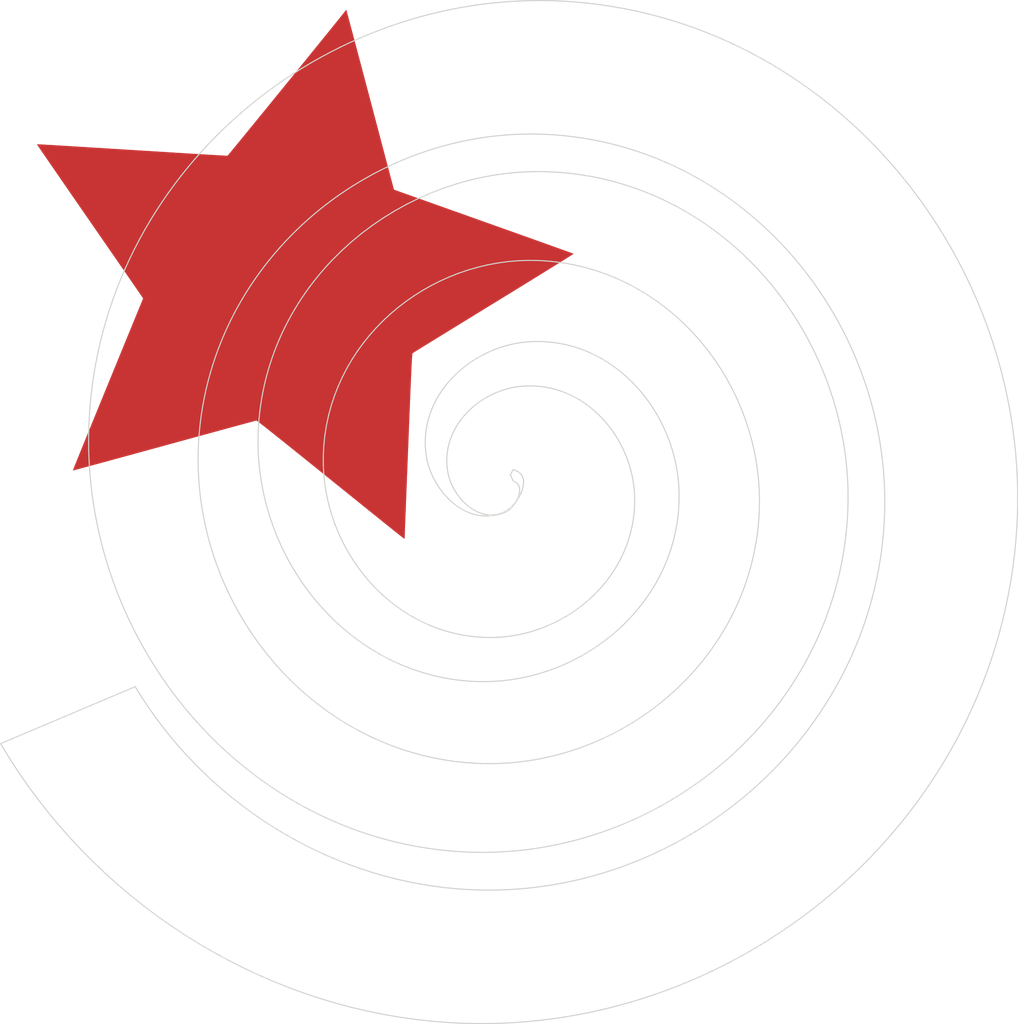
<source format=kicad_pcb>

(kicad_pcb (version 4) (host pcbnew 4.0.7)

	(general
		(links 0)
		(no_connects 0)
		(area 77.052499 41.877835 92.193313 53.630501)
		(thickness 1.6)
		(drawings 8)
		(tracks 0)
		(zones 0)
		(modules 1)
		(nets 1)
	)

	(page A4)
	(layers
		(0 F.Cu signal)
		(31 B.Cu signal)
		(32 B.Adhes user)
		(33 F.Adhes user)
		(34 B.Paste user)
		(35 F.Paste user)
		(36 B.SilkS user)
		(37 F.SilkS user)
		(38 B.Mask user)
		(39 F.Mask user)
		(40 Dwgs.User user)
		(41 Cmts.User user)
		(42 Eco1.User user)
		(43 Eco2.User user)
		(44 Edge.Cuts user)
		(45 Margin user)
		(46 B.CrtYd user)
		(47 F.CrtYd user)
		(48 B.Fab user)
		(49 F.Fab user)
	)

	(setup
		(last_trace_width 0.25)
		(trace_clearance 0.2)
		(zone_clearance 0.508)
		(zone_45_only no)
		(trace_min 0.2)
		(segment_width 0.2)
		(edge_width 0.15)
		(via_size 0.6)
		(via_drill 0.4)
		(via_min_size 0.4)
		(via_min_drill 0.3)
		(uvia_size 0.3)
		(uvia_drill 0.1)
		(uvias_allowed no)
		(uvia_min_size 0.2)
		(uvia_min_drill 0.1)
		(pcb_text_width 0.3)
		(pcb_text_size 1.5 1.5)
		(mod_edge_width 0.15)
		(mod_text_size 1 1)
		(mod_text_width 0.15)
		(pad_size 1.524 1.524)
		(pad_drill 0.762)
		(pad_to_mask_clearance 0.2)
		(aux_axis_origin 0 0)
		(visible_elements FFFFFF7F)
		(pcbplotparams
			(layerselection 0x010f0_80000001)
			(usegerberextensions false)
			(excludeedgelayer true)
			(linewidth 0.100000)
			(plotframeref false)
			(viasonmask false)
			(mode 1)
			(useauxorigin false)
			(hpglpennumber 1)
			(hpglpenspeed 20)
			(hpglpendiameter 15)
			(hpglpenoverlay 2)
			(psnegative false)
			(psa4output false)
			(plotreference true)
			(plotvalue true)
			(plotinvisibletext false)
			(padsonsilk false)
			(subtractmaskfromsilk false)
			(outputformat 1)
			(mirror false)
			(drillshape 1)
			(scaleselection 1)
			(outputdirectory gerbers/))
	)

	(net 0 "")

	(net_class Default "This is the default net class."
		(clearance 0.2)
		(trace_width 0.25)
		(via_dia 0.6)
		(via_drill 0.4)
		(uvia_dia 0.3)
		(uvia_drill 0.1)
	)
(module LOGO (layer F.Cu)
  (at 0 0)
 (fp_text reference "G***" (at 0 0) (layer F.SilkS) hide
  (effects (font (thickness 0.3)))
  )
  (fp_text value "LOGO" (at 0.75 0) (layer F.SilkS) hide
  (effects (font (thickness 0.3)))
  )
  (fp_poly (pts (xy -9.893152 -47.454661) (xy -9.880097 -47.412159) (xy -9.846490 -47.291646) (xy -9.793361 -47.096986) (xy -9.721738 -46.832039) (xy -9.632649 -46.500667) (xy -9.527122 -46.106729) (xy -9.406185 -45.654089)
     (xy -9.270867 -45.146607) (xy -9.122196 -44.588144) (xy -8.961200 -43.982562) (xy -8.788908 -43.333722) (xy -8.606348 -42.645484) (xy -8.414547 -41.921711) (xy -8.214535 -41.166264) (xy -8.007340 -40.383003)
     (xy -7.793990 -39.575790) (xy -7.675440 -39.126966) (xy -5.482167 -30.821442) (xy -5.080000 -30.677611) (xy -4.999964 -30.649070) (xy -4.844210 -30.593608) (xy -4.616797 -30.512671) (xy -4.321783 -30.407700)
     (xy -3.963225 -30.280140) (xy -3.545181 -30.131433) (xy -3.071709 -29.963022) (xy -2.546866 -29.776350) (xy -1.974710 -29.572861) (xy -1.359300 -29.353999) (xy -0.704691 -29.121205) (xy -0.014944 -28.875923)
     (xy 0.705885 -28.619597) (xy 1.453739 -28.353670) (xy 2.224559 -28.079584) (xy 3.014287 -27.798783) (xy 3.217333 -27.726588) (xy 4.005363 -27.446314) (xy 4.772177 -27.173420) (xy 5.513955 -26.909272)
     (xy 6.226879 -26.655238) (xy 6.907130 -26.412682) (xy 7.550890 -26.182970) (xy 8.154339 -25.967469) (xy 8.713660 -25.767544) (xy 9.225033 -25.584562) (xy 9.684640 -25.419888) (xy 10.088663 -25.274887)
     (xy 10.433281 -25.150927) (xy 10.714677 -25.049372) (xy 10.929033 -24.971590) (xy 11.072528 -24.918945) (xy 11.141346 -24.892803) (xy 11.147045 -24.890202) (xy 11.114900 -24.865582) (xy 11.013862 -24.798878)
     (xy 10.847282 -24.692165) (xy 10.618506 -24.547516) (xy 10.330882 -24.367006) (xy 9.987759 -24.152709) (xy 9.592483 -23.906699) (xy 9.148404 -23.631052) (xy 8.658869 -23.327840) (xy 8.127225 -22.999139)
     (xy 7.556821 -22.647022) (xy 6.951005 -22.273564) (xy 6.313124 -21.880839) (xy 5.646526 -21.470921) (xy 4.954559 -21.045885) (xy 4.240572 -20.607805) (xy 3.738712 -20.300161) (xy 3.010242 -19.853676)
     (xy 2.300686 -19.418600) (xy 1.613446 -18.997026) (xy 0.951923 -18.591047) (xy 0.319519 -18.202757) (xy -0.280365 -17.834249) (xy -0.844327 -17.487617) (xy -1.368965 -17.164953) (xy -1.850879 -16.868352)
     (xy -2.286665 -16.599905) (xy -2.672923 -16.361708) (xy -3.006251 -16.155852) (xy -3.283248 -15.984431) (xy -3.500511 -15.849539) (xy -3.654640 -15.753269) (xy -3.742232 -15.697713) (xy -3.761989 -15.684323)
     (xy -3.769647 -15.662862) (xy -3.777989 -15.610473) (xy -3.787155 -15.524147) (xy -3.797285 -15.400872) (xy -3.808517 -15.237638) (xy -3.820992 -15.031433) (xy -3.834848 -14.779248) (xy -3.850226 -14.478071)
     (xy -3.867264 -14.124891) (xy -3.886101 -13.716698) (xy -3.906878 -13.250481) (xy -3.929734 -12.723229) (xy -3.954808 -12.131932) (xy -3.982239 -11.473579) (xy -4.012168 -10.745158) (xy -4.044732 -9.943660)
     (xy -4.080073 -9.066073) (xy -4.118329 -8.109386) (xy -4.152369 -7.253749) (xy -4.185616 -6.415681) (xy -4.217963 -5.598817) (xy -4.249249 -4.807298) (xy -4.279313 -4.045265) (xy -4.307992 -3.316859)
     (xy -4.335127 -2.626220) (xy -4.360554 -1.977489) (xy -4.384113 -1.374806) (xy -4.405641 -0.822312) (xy -4.424978 -0.324147) (xy -4.441962 0.115547) (xy -4.456432 0.492630) (xy -4.468225 0.802962)
     (xy -4.477180 1.042402) (xy -4.483136 1.206809) (xy -4.485931 1.292043) (xy -4.486131 1.301750) (xy -4.493869 1.411668) (xy -4.511907 1.475316) (xy -4.520731 1.481667) (xy -4.558062 1.455714)
     (xy -4.656315 1.380471) (xy -4.810559 1.259866) (xy -5.015861 1.097823) (xy -5.267292 0.898268) (xy -5.559919 0.665127) (xy -5.888812 0.402327) (xy -6.249038 0.113791) (xy -6.635668 -0.196552)
     (xy -7.043769 -0.524779) (xy -7.272586 -0.709083) (xy -8.290427 -1.529291) (xy -9.244403 -2.297922) (xy -10.136528 -3.016584) (xy -10.968814 -3.686886) (xy -11.743276 -4.310434) (xy -12.461925 -4.888836)
     (xy -13.126777 -5.423699) (xy -13.739843 -5.916632) (xy -14.303137 -6.369242) (xy -14.818673 -6.783136) (xy -15.288463 -7.159923) (xy -15.714521 -7.501208) (xy -16.098860 -7.808602) (xy -16.443493 -8.083710)
     (xy -16.750435 -8.328140) (xy -17.021697 -8.543501) (xy -17.259293 -8.731399) (xy -17.465237 -8.893442) (xy -17.641541 -9.031238) (xy -17.790220 -9.146395) (xy -17.913286 -9.240519) (xy -18.012752 -9.315220)
     (xy -18.090632 -9.372103) (xy -18.148940 -9.412777) (xy -18.189687 -9.438850) (xy -18.214888 -9.451928) (xy -18.224500 -9.454204) (xy -18.273052 -9.442583) (xy -18.399393 -9.409585) (xy -18.599674 -9.356258)
     (xy -18.870041 -9.283652) (xy -19.206642 -9.192814) (xy -19.605626 -9.084793) (xy -20.063140 -8.960638) (xy -20.575333 -8.821396) (xy -21.138352 -8.668118) (xy -21.748345 -8.501850) (xy -22.401459 -8.323642)
     (xy -23.093844 -8.134541) (xy -23.821647 -7.935598) (xy -24.581016 -7.727859) (xy -25.368098 -7.512373) (xy -26.179042 -7.290190) (xy -26.748154 -7.134167) (xy -27.572212 -6.908303) (xy -28.374481 -6.688624)
     (xy -29.151150 -6.476165) (xy -29.898406 -6.271962) (xy -30.612438 -6.077049) (xy -31.289435 -5.892461) (xy -31.925584 -5.719234) (xy -32.517075 -5.558401) (xy -33.060096 -5.410999) (xy -33.550834 -5.278062)
     (xy -33.985479 -5.160625) (xy -34.360219 -5.059722) (xy -34.671241 -4.976390) (xy -34.914736 -4.911662) (xy -35.086890 -4.866574) (xy -35.183893 -4.842160) (xy -35.205042 -4.837931) (xy -35.190989 -4.878257)
     (xy -35.146263 -4.993209) (xy -35.072365 -5.179095) (xy -34.970797 -5.432227) (xy -34.843061 -5.748913) (xy -34.690658 -6.125464) (xy -34.515090 -6.558190) (xy -34.317859 -7.043401) (xy -34.100466 -7.577407)
     (xy -33.864414 -8.156517) (xy -33.611203 -8.777043) (xy -33.342336 -9.435294) (xy -33.059315 -10.127580) (xy -32.763641 -10.850211) (xy -32.456815 -11.599497) (xy -32.140340 -12.371748) (xy -31.961823 -12.807102)
     (xy -28.700701 -20.758371) (xy -28.809367 -20.922576) (xy -28.844017 -20.973378) (xy -28.924485 -21.090401) (xy -29.048419 -21.270240) (xy -29.213466 -21.509492) (xy -29.417273 -21.804749) (xy -29.657487 -22.152607)
     (xy -29.931755 -22.549661) (xy -30.237723 -22.992506) (xy -30.573039 -23.477736) (xy -30.935350 -24.001947) (xy -31.322302 -24.561732) (xy -31.731544 -25.153688) (xy -32.160721 -25.774408) (xy -32.607481 -26.420487)
     (xy -33.069470 -27.088521) (xy -33.544336 -27.775104) (xy -33.720683 -28.030057) (xy -34.198057 -28.720352) (xy -34.662436 -29.392145) (xy -35.111534 -30.042117) (xy -35.543066 -30.666951) (xy -35.954746 -31.263327)
     (xy -36.344290 -31.827929) (xy -36.709412 -32.357438) (xy -37.047827 -32.848536) (xy -37.357249 -33.297905) (xy -37.635393 -33.702227) (xy -37.879975 -34.058183) (xy -38.088707 -34.362456) (xy -38.259306 -34.611727)
     (xy -38.389486 -34.802679) (xy -38.476962 -34.931993) (xy -38.519448 -34.996351) (xy -38.523334 -35.003172) (xy -38.525702 -35.006555) (xy -38.530947 -35.009902) (xy -38.536282 -35.013047) (xy -38.538918 -35.015825)
     (xy -38.536069 -35.018071) (xy -38.524947 -35.019620) (xy -38.502764 -35.020307) (xy -38.466732 -35.019965) (xy -38.414064 -35.018430) (xy -38.341973 -35.015537) (xy -38.247669 -35.011121) (xy -38.128367 -35.005015)
     (xy -37.981277 -34.997055) (xy -37.803614 -34.987076) (xy -37.592588 -34.974913) (xy -37.345412 -34.960399) (xy -37.059299 -34.943370) (xy -36.731461 -34.923661) (xy -36.359110 -34.901106) (xy -35.939459 -34.875540)
     (xy -35.469720 -34.846798) (xy -34.947106 -34.814714) (xy -34.368828 -34.779124) (xy -33.732099 -34.739861) (xy -33.034132 -34.696762) (xy -32.272138 -34.649660) (xy -31.443331 -34.598390) (xy -30.544922 -34.542788)
     (xy -29.574124 -34.482687) (xy -28.528150 -34.417922) (xy -27.404211 -34.348329) (xy -26.199519 -34.273742) (xy -25.762659 -34.246696) (xy -25.130697 -34.207706) (xy -24.522028 -34.170411) (xy -23.942021 -34.135126)
     (xy -23.396046 -34.102167) (xy -22.889472 -34.071849) (xy -22.427668 -34.044487) (xy -22.016005 -34.020398) (xy -21.659851 -33.999897) (xy -21.364575 -33.983298) (xy -21.135547 -33.970919) (xy -20.978137 -33.963073)
     (xy -20.897713 -33.960077) (xy -20.888306 -33.960306) (xy -20.857437 -33.993697) (xy -20.776325 -34.089109) (xy -20.648030 -34.242783) (xy -20.475611 -34.450956) (xy -20.262127 -34.709871) (xy -20.010639 -35.015764)
     (xy -19.724206 -35.364877) (xy -19.405887 -35.753449) (xy -19.058741 -36.177719) (xy -18.685830 -36.633927) (xy -18.290211 -37.118312) (xy -17.874945 -37.627114) (xy -17.443092 -38.156573) (xy -16.997710 -38.702927)
     (xy -16.541859 -39.262417) (xy -16.078600 -39.831282) (xy -15.610991 -40.405761) (xy -15.142092 -40.982095) (xy -14.674962 -41.556522) (xy -14.212662 -42.125282) (xy -13.758251 -42.684615) (xy -13.314788 -43.230760)
     (xy -12.885332 -43.759957) (xy -12.472945 -44.268445) (xy -12.080684 -44.752463) (xy -11.711610 -45.208252) (xy -11.368782 -45.632051) (xy -11.055260 -46.020099) (xy -10.774103 -46.368636) (xy -10.528371 -46.673902)
     (xy -10.321123 -46.932135) (xy -10.155420 -47.139576) (xy -10.034320 -47.292464) (xy -9.960883 -47.387039) (xy -9.938125 -47.419012) (xy -9.906803 -47.458317) (xy -9.893152 -47.454661) )(layer F.Cu) (width  0.010000)
  )
)
(gr_line (start -29.439362 15.173422) (end -28.827893 16.154878) (layer Edge.Cuts) (width 0.1))
(gr_line (start -28.827893 16.154878) (end -28.188742 17.115689) (layer Edge.Cuts) (width 0.1))
(gr_line (start -28.188742 17.115689) (end -27.522613 18.055357) (layer Edge.Cuts) (width 0.1))
(gr_line (start -27.522613 18.055357) (end -26.830202 18.973389) (layer Edge.Cuts) (width 0.1))
(gr_line (start -26.830202 18.973389) (end -26.112192 19.869287) (layer Edge.Cuts) (width 0.1))
(gr_line (start -26.112192 19.869287) (end -25.369302 20.742557) (layer Edge.Cuts) (width 0.1))
(gr_line (start -25.369302 20.742557) (end -24.602203 21.592706) (layer Edge.Cuts) (width 0.1))
(gr_line (start -24.602203 21.592706) (end -23.811602 22.419238) (layer Edge.Cuts) (width 0.1))
(gr_line (start -23.811602 22.419238) (end -22.998192 23.221653) (layer Edge.Cuts) (width 0.1))
(gr_line (start -22.998192 23.221653) (end -22.162662 23.999462) (layer Edge.Cuts) (width 0.1))
(gr_line (start -22.162662 23.999462) (end -21.305722 24.752164) (layer Edge.Cuts) (width 0.1))
(gr_line (start -21.305722 24.752164) (end -20.428043 25.479269) (layer Edge.Cuts) (width 0.1))
(gr_line (start -20.428043 25.479269) (end -19.530342 26.180279) (layer Edge.Cuts) (width 0.1))
(gr_line (start -19.530342 26.180279) (end -18.613302 26.854697) (layer Edge.Cuts) (width 0.1))
(gr_line (start -18.613302 26.854697) (end -17.677622 27.502032) (layer Edge.Cuts) (width 0.1))
(gr_line (start -17.677622 27.502032) (end -16.724002 28.121784) (layer Edge.Cuts) (width 0.1))
(gr_line (start -16.724002 28.121784) (end -15.753123 28.713461) (layer Edge.Cuts) (width 0.1))
(gr_line (start -15.753123 28.713461) (end -14.765692 29.276569) (layer Edge.Cuts) (width 0.1))
(gr_line (start -14.765692 29.276569) (end -13.762403 29.810606) (layer Edge.Cuts) (width 0.1))
(gr_line (start -13.762403 29.810606) (end -12.743932 30.315085) (layer Edge.Cuts) (width 0.1))
(gr_line (start -12.743932 30.315085) (end -11.711004 30.789501) (layer Edge.Cuts) (width 0.1))
(gr_line (start -11.711004 30.789501) (end -10.664293 31.233369) (layer Edge.Cuts) (width 0.1))
(gr_line (start -10.664293 31.233369) (end -9.604500 31.646187) (layer Edge.Cuts) (width 0.1))
(gr_line (start -9.604500 31.646187) (end -8.532320 32.027465) (layer Edge.Cuts) (width 0.1))
(gr_line (start -8.532320 32.027465) (end -7.448450 32.376702) (layer Edge.Cuts) (width 0.1))
(gr_line (start -7.448450 32.376702) (end -6.353580 32.693406) (layer Edge.Cuts) (width 0.1))
(gr_line (start -6.353580 32.693406) (end -5.248410 32.977079) (layer Edge.Cuts) (width 0.1))
(gr_line (start -5.248410 32.977079) (end -4.133630 33.227229) (layer Edge.Cuts) (width 0.1))
(gr_line (start -4.133630 33.227229) (end -3.009940 33.443359) (layer Edge.Cuts) (width 0.1))
(gr_line (start -3.009940 33.443359) (end -1.878030 33.624974) (layer Edge.Cuts) (width 0.1))
(gr_line (start -1.878030 33.624974) (end -0.738590 33.771577) (layer Edge.Cuts) (width 0.1))
(gr_line (start -0.738590 33.771577) (end 0.407670 33.882676) (layer Edge.Cuts) (width 0.1))
(gr_line (start 0.407670 33.882676) (end 1.327130 33.945329) (layer Edge.Cuts) (width 0.1))
(gr_line (start 1.327130 33.945329) (end 2.244290 33.984215) (layer Edge.Cuts) (width 0.1))
(gr_line (start 2.244290 33.984215) (end 3.158800 33.999590) (layer Edge.Cuts) (width 0.1))
(gr_line (start 3.158800 33.999590) (end 4.070310 33.991713) (layer Edge.Cuts) (width 0.1))
(gr_line (start 4.070310 33.991713) (end 4.978450 33.960834) (layer Edge.Cuts) (width 0.1))
(gr_line (start 4.978450 33.960834) (end 5.882890 33.907211) (layer Edge.Cuts) (width 0.1))
(gr_line (start 5.882890 33.907211) (end 6.783250 33.831098) (layer Edge.Cuts) (width 0.1))
(gr_line (start 6.783250 33.831098) (end 7.679190 33.732752) (layer Edge.Cuts) (width 0.1))
(gr_line (start 7.679190 33.732752) (end 8.570360 33.612428) (layer Edge.Cuts) (width 0.1))
(gr_line (start 8.570360 33.612428) (end 9.456400 33.470381) (layer Edge.Cuts) (width 0.1))
(gr_line (start 9.456400 33.470381) (end 10.336960 33.306863) (layer Edge.Cuts) (width 0.1))
(gr_line (start 10.336960 33.306863) (end 11.211670 33.122136) (layer Edge.Cuts) (width 0.1))
(gr_line (start 11.211670 33.122136) (end 12.080200 32.916449) (layer Edge.Cuts) (width 0.1))
(gr_line (start 12.080200 32.916449) (end 12.942180 32.690061) (layer Edge.Cuts) (width 0.1))
(gr_line (start 12.942180 32.690061) (end 13.797260 32.443224) (layer Edge.Cuts) (width 0.1))
(gr_line (start 13.797260 32.443224) (end 14.645080 32.176198) (layer Edge.Cuts) (width 0.1))
(gr_line (start 14.645080 32.176198) (end 15.485300 31.889234) (layer Edge.Cuts) (width 0.1))
(gr_line (start 15.485300 31.889234) (end 16.317560 31.582590) (layer Edge.Cuts) (width 0.1))
(gr_line (start 16.317560 31.582590) (end 17.141500 31.256522) (layer Edge.Cuts) (width 0.1))
(gr_line (start 17.141500 31.256522) (end 17.956780 30.911281) (layer Edge.Cuts) (width 0.1))
(gr_line (start 17.956780 30.911281) (end 18.763020 30.547124) (layer Edge.Cuts) (width 0.1))
(gr_line (start 18.763020 30.547124) (end 19.559900 30.164309) (layer Edge.Cuts) (width 0.1))
(gr_line (start 19.559900 30.164309) (end 20.347040 29.763092) (layer Edge.Cuts) (width 0.1))
(gr_line (start 20.347040 29.763092) (end 21.124090 29.343722) (layer Edge.Cuts) (width 0.1))
(gr_line (start 21.124090 29.343722) (end 21.890710 28.906459) (layer Edge.Cuts) (width 0.1))
(gr_line (start 21.890710 28.906459) (end 22.646530 28.451558) (layer Edge.Cuts) (width 0.1))
(gr_line (start 22.646530 28.451558) (end 23.391200 27.979274) (layer Edge.Cuts) (width 0.1))
(gr_line (start 23.391200 27.979274) (end 24.124370 27.489861) (layer Edge.Cuts) (width 0.1))
(gr_line (start 24.124370 27.489861) (end 24.845690 26.983576) (layer Edge.Cuts) (width 0.1))
(gr_line (start 24.845690 26.983576) (end 25.554790 26.460672) (layer Edge.Cuts) (width 0.1))
(gr_line (start 25.554790 26.460672) (end 26.251340 25.921408) (layer Edge.Cuts) (width 0.1))
(gr_line (start 26.251340 25.921408) (end 26.934960 25.366035) (layer Edge.Cuts) (width 0.1))
(gr_line (start 26.934960 25.366035) (end 27.605320 24.794813) (layer Edge.Cuts) (width 0.1))
(gr_line (start 27.605320 24.794813) (end 28.262040 24.207993) (layer Edge.Cuts) (width 0.1))
(gr_line (start 28.262040 24.207993) (end 28.904790 23.605831) (layer Edge.Cuts) (width 0.1))
(gr_line (start 28.904790 23.605831) (end 29.533210 22.988584) (layer Edge.Cuts) (width 0.1))
(gr_line (start 29.533210 22.988584) (end 30.146940 22.356508) (layer Edge.Cuts) (width 0.1))
(gr_line (start 30.146940 22.356508) (end 30.745620 21.709856) (layer Edge.Cuts) (width 0.1))
(gr_line (start 30.745620 21.709856) (end 31.328910 21.048884) (layer Edge.Cuts) (width 0.1))
(gr_line (start 31.328910 21.048884) (end 31.896450 20.373847) (layer Edge.Cuts) (width 0.1))
(gr_line (start 31.896450 20.373847) (end 32.447890 19.685002) (layer Edge.Cuts) (width 0.1))
(gr_line (start 32.447890 19.685002) (end 32.982870 18.982602) (layer Edge.Cuts) (width 0.1))
(gr_line (start 32.982870 18.982602) (end 33.501030 18.266904) (layer Edge.Cuts) (width 0.1))
(gr_line (start 33.501030 18.266904) (end 34.002030 17.538165) (layer Edge.Cuts) (width 0.1))
(gr_line (start 34.002030 17.538165) (end 34.485520 16.796633) (layer Edge.Cuts) (width 0.1))
(gr_line (start 34.485520 16.796633) (end 34.951120 16.042573) (layer Edge.Cuts) (width 0.1))
(gr_line (start 34.951120 16.042573) (end 35.398500 15.276234) (layer Edge.Cuts) (width 0.1))
(gr_line (start 35.398500 15.276234) (end 35.827300 14.497872) (layer Edge.Cuts) (width 0.1))
(gr_line (start 35.827300 14.497872) (end 36.237170 13.707742) (layer Edge.Cuts) (width 0.1))
(gr_line (start 36.237170 13.707742) (end 36.627740 12.906102) (layer Edge.Cuts) (width 0.1))
(gr_line (start 36.627740 12.906102) (end 36.998670 12.093204) (layer Edge.Cuts) (width 0.1))
(gr_line (start 36.998670 12.093204) (end 37.349600 11.269307) (layer Edge.Cuts) (width 0.1))
(gr_line (start 37.349600 11.269307) (end 37.680180 10.434663) (layer Edge.Cuts) (width 0.1))
(gr_line (start 37.680180 10.434663) (end 37.990050 9.589531) (layer Edge.Cuts) (width 0.1))
(gr_line (start 37.990050 9.589531) (end 38.278870 8.734162) (layer Edge.Cuts) (width 0.1))
(gr_line (start 38.278870 8.734162) (end 38.546270 7.868814) (layer Edge.Cuts) (width 0.1))
(gr_line (start 38.546270 7.868814) (end 38.791900 6.993741) (layer Edge.Cuts) (width 0.1))
(gr_line (start 38.791900 6.993741) (end 39.015410 6.109197) (layer Edge.Cuts) (width 0.1))
(gr_line (start 39.015410 6.109197) (end 39.216450 5.215442) (layer Edge.Cuts) (width 0.1))
(gr_line (start 39.216450 5.215442) (end 39.394650 4.312726) (layer Edge.Cuts) (width 0.1))
(gr_line (start 39.394650 4.312726) (end 39.549680 3.401308) (layer Edge.Cuts) (width 0.1))
(gr_line (start 39.549680 3.401308) (end 39.681160 2.481442) (layer Edge.Cuts) (width 0.1))
(gr_line (start 39.681160 2.481442) (end 39.788750 1.553384) (layer Edge.Cuts) (width 0.1))
(gr_line (start 39.788750 1.553384) (end 39.872100 0.617386) (layer Edge.Cuts) (width 0.1))
(gr_line (start 39.872100 0.617386) (end 39.925810 -0.235646) (layer Edge.Cuts) (width 0.1))
(gr_line (start 39.925810 -0.235646) (end 39.957910 -1.086525) (layer Edge.Cuts) (width 0.1))
(gr_line (start 39.957910 -1.086525) (end 39.968600 -1.934922) (layer Edge.Cuts) (width 0.1))
(gr_line (start 39.968600 -1.934922) (end 39.958140 -2.780504) (layer Edge.Cuts) (width 0.1))
(gr_line (start 39.958140 -2.780504) (end 39.926750 -3.622945) (layer Edge.Cuts) (width 0.1))
(gr_line (start 39.926750 -3.622945) (end 39.874650 -4.461915) (layer Edge.Cuts) (width 0.1))
(gr_line (start 39.874650 -4.461915) (end 39.802100 -5.297083) (layer Edge.Cuts) (width 0.1))
(gr_line (start 39.802100 -5.297083) (end 39.709310 -6.128121) (layer Edge.Cuts) (width 0.1))
(gr_line (start 39.709310 -6.128121) (end 39.596530 -6.954695) (layer Edge.Cuts) (width 0.1))
(gr_line (start 39.596530 -6.954695) (end 39.463980 -7.776480) (layer Edge.Cuts) (width 0.1))
(gr_line (start 39.463980 -7.776480) (end 39.311890 -8.593143) (layer Edge.Cuts) (width 0.1))
(gr_line (start 39.311890 -8.593143) (end 39.140500 -9.404353) (layer Edge.Cuts) (width 0.1))
(gr_line (start 39.140500 -9.404353) (end 38.950040 -10.209785) (layer Edge.Cuts) (width 0.1))
(gr_line (start 38.950040 -10.209785) (end 38.740740 -11.009107) (layer Edge.Cuts) (width 0.1))
(gr_line (start 38.740740 -11.009107) (end 38.512840 -11.801986) (layer Edge.Cuts) (width 0.1))
(gr_line (start 38.512840 -11.801986) (end 38.266570 -12.588095) (layer Edge.Cuts) (width 0.1))
(gr_line (start 38.266570 -12.588095) (end 38.002150 -13.367105) (layer Edge.Cuts) (width 0.1))
(gr_line (start 38.002150 -13.367105) (end 37.719830 -14.138686) (layer Edge.Cuts) (width 0.1))
(gr_line (start 37.719830 -14.138686) (end 37.419830 -14.902506) (layer Edge.Cuts) (width 0.1))
(gr_line (start 37.419830 -14.902506) (end 37.102390 -15.658238) (layer Edge.Cuts) (width 0.1))
(gr_line (start 37.102390 -15.658238) (end 36.767730 -16.405548) (layer Edge.Cuts) (width 0.1))
(gr_line (start 36.767730 -16.405548) (end 36.416100 -17.144109) (layer Edge.Cuts) (width 0.1))
(gr_line (start 36.416100 -17.144109) (end 36.047720 -17.873594) (layer Edge.Cuts) (width 0.1))
(gr_line (start 36.047720 -17.873594) (end 35.662830 -18.593668) (layer Edge.Cuts) (width 0.1))
(gr_line (start 35.662830 -18.593668) (end 35.261660 -19.304006) (layer Edge.Cuts) (width 0.1))
(gr_line (start 35.261660 -19.304006) (end 34.844440 -20.004273) (layer Edge.Cuts) (width 0.1))
(gr_line (start 34.844440 -20.004273) (end 34.411400 -20.694143) (layer Edge.Cuts) (width 0.1))
(gr_line (start 34.411400 -20.694143) (end 33.962780 -21.373283) (layer Edge.Cuts) (width 0.1))
(gr_line (start 33.962780 -21.373283) (end 33.498810 -22.041367) (layer Edge.Cuts) (width 0.1))
(gr_line (start 33.498810 -22.041367) (end 33.019710 -22.698062) (layer Edge.Cuts) (width 0.1))
(gr_line (start 33.019710 -22.698062) (end 32.525730 -23.343040) (layer Edge.Cuts) (width 0.1))
(gr_line (start 32.525730 -23.343040) (end 32.017100 -23.975971) (layer Edge.Cuts) (width 0.1))
(gr_line (start 32.017100 -23.975971) (end 31.494040 -24.596524) (layer Edge.Cuts) (width 0.1))
(gr_line (start 31.494040 -24.596524) (end 30.956800 -25.204371) (layer Edge.Cuts) (width 0.1))
(gr_line (start 30.956800 -25.204371) (end 30.405590 -25.799181) (layer Edge.Cuts) (width 0.1))
(gr_line (start 30.405590 -25.799181) (end 29.840670 -26.380624) (layer Edge.Cuts) (width 0.1))
(gr_line (start 29.840670 -26.380624) (end 29.262240 -26.948370) (layer Edge.Cuts) (width 0.1))
(gr_line (start 29.262240 -26.948370) (end 28.670560 -27.502090) (layer Edge.Cuts) (width 0.1))
(gr_line (start 28.670560 -27.502090) (end 28.065850 -28.041455) (layer Edge.Cuts) (width 0.1))
(gr_line (start 28.065850 -28.041455) (end 27.448350 -28.566133) (layer Edge.Cuts) (width 0.1))
(gr_line (start 27.448350 -28.566133) (end 26.818280 -29.075795) (layer Edge.Cuts) (width 0.1))
(gr_line (start 26.818280 -29.075795) (end 26.175880 -29.570112) (layer Edge.Cuts) (width 0.1))
(gr_line (start 26.175880 -29.570112) (end 25.521390 -30.048753) (layer Edge.Cuts) (width 0.1))
(gr_line (start 25.521390 -30.048753) (end 24.855020 -30.511390) (layer Edge.Cuts) (width 0.1))
(gr_line (start 24.855020 -30.511390) (end 24.177030 -30.957691) (layer Edge.Cuts) (width 0.1))
(gr_line (start 24.177030 -30.957691) (end 23.487630 -31.387327) (layer Edge.Cuts) (width 0.1))
(gr_line (start 23.487630 -31.387327) (end 22.787070 -31.799968) (layer Edge.Cuts) (width 0.1))
(gr_line (start 22.787070 -31.799968) (end 22.075570 -32.195285) (layer Edge.Cuts) (width 0.1))
(gr_line (start 22.075570 -32.195285) (end 21.353360 -32.572948) (layer Edge.Cuts) (width 0.1))
(gr_line (start 21.353360 -32.572948) (end 20.620680 -32.932626) (layer Edge.Cuts) (width 0.1))
(gr_line (start 20.620680 -32.932626) (end 19.877770 -33.273991) (layer Edge.Cuts) (width 0.1))
(gr_line (start 19.877770 -33.273991) (end 19.124840 -33.596711) (layer Edge.Cuts) (width 0.1))
(gr_line (start 19.124840 -33.596711) (end 18.362150 -33.900458) (layer Edge.Cuts) (width 0.1))
(gr_line (start 18.362150 -33.900458) (end 17.589910 -34.184902) (layer Edge.Cuts) (width 0.1))
(gr_line (start 17.589910 -34.184902) (end 16.808360 -34.449712) (layer Edge.Cuts) (width 0.1))
(gr_line (start 16.808360 -34.449712) (end 16.017730 -34.694559) (layer Edge.Cuts) (width 0.1))
(gr_line (start 16.017730 -34.694559) (end 15.218260 -34.919113) (layer Edge.Cuts) (width 0.1))
(gr_line (start 15.218260 -34.919113) (end 14.410180 -35.123045) (layer Edge.Cuts) (width 0.1))
(gr_line (start 14.410180 -35.123045) (end 13.593720 -35.306024) (layer Edge.Cuts) (width 0.1))
(gr_line (start 13.593720 -35.306024) (end 12.769110 -35.467720) (layer Edge.Cuts) (width 0.1))
(gr_line (start 12.769110 -35.467720) (end 11.936580 -35.607804) (layer Edge.Cuts) (width 0.1))
(gr_line (start 11.936580 -35.607804) (end 11.096370 -35.725946) (layer Edge.Cuts) (width 0.1))
(gr_line (start 11.096370 -35.725946) (end 10.248710 -35.821816) (layer Edge.Cuts) (width 0.1))
(gr_line (start 10.248710 -35.821816) (end 9.393830 -35.895085) (layer Edge.Cuts) (width 0.1))
(gr_line (start 9.393830 -35.895085) (end 8.621510 -35.940805) (layer Edge.Cuts) (width 0.1))
(gr_line (start 8.621510 -35.940805) (end 7.851160 -35.966672) (layer Edge.Cuts) (width 0.1))
(gr_line (start 7.851160 -35.966672) (end 7.083070 -35.972897) (layer Edge.Cuts) (width 0.1))
(gr_line (start 7.083070 -35.972897) (end 6.317560 -35.959697) (layer Edge.Cuts) (width 0.1))
(gr_line (start 6.317560 -35.959697) (end 5.554920 -35.927283) (layer Edge.Cuts) (width 0.1))
(gr_line (start 5.554920 -35.927283) (end 4.795450 -35.875869) (layer Edge.Cuts) (width 0.1))
(gr_line (start 4.795450 -35.875869) (end 4.039450 -35.805668) (layer Edge.Cuts) (width 0.1))
(gr_line (start 4.039450 -35.805668) (end 3.287220 -35.716895) (layer Edge.Cuts) (width 0.1))
(gr_line (start 3.287220 -35.716895) (end 2.539070 -35.609762) (layer Edge.Cuts) (width 0.1))
(gr_line (start 2.539070 -35.609762) (end 1.795280 -35.484483) (layer Edge.Cuts) (width 0.1))
(gr_line (start 1.795280 -35.484483) (end 1.056170 -35.341272) (layer Edge.Cuts) (width 0.1))
(gr_line (start 1.056170 -35.341272) (end 0.322030 -35.180342) (layer Edge.Cuts) (width 0.1))
(gr_line (start 0.322030 -35.180342) (end -0.406830 -35.001905) (layer Edge.Cuts) (width 0.1))
(gr_line (start -0.406830 -35.001905) (end -1.130130 -34.806176) (layer Edge.Cuts) (width 0.1))
(gr_line (start -1.130130 -34.806176) (end -1.847550 -34.593369) (layer Edge.Cuts) (width 0.1))
(gr_line (start -1.847550 -34.593369) (end -2.558800 -34.363696) (layer Edge.Cuts) (width 0.1))
(gr_line (start -2.558800 -34.363696) (end -3.263570 -34.117371) (layer Edge.Cuts) (width 0.1))
(gr_line (start -3.263570 -34.117371) (end -3.961580 -33.854608) (layer Edge.Cuts) (width 0.1))
(gr_line (start -3.961580 -33.854608) (end -4.652500 -33.575620) (layer Edge.Cuts) (width 0.1))
(gr_line (start -4.652500 -33.575620) (end -5.336060 -33.280620) (layer Edge.Cuts) (width 0.1))
(gr_line (start -5.336060 -33.280620) (end -6.011940 -32.969823) (layer Edge.Cuts) (width 0.1))
(gr_line (start -6.011940 -32.969823) (end -6.679840 -32.643440) (layer Edge.Cuts) (width 0.1))
(gr_line (start -6.679840 -32.643440) (end -7.339480 -32.301687) (layer Edge.Cuts) (width 0.1))
(gr_line (start -7.339480 -32.301687) (end -7.990530 -31.944775) (layer Edge.Cuts) (width 0.1))
(gr_line (start -7.990530 -31.944775) (end -8.632710 -31.572920) (layer Edge.Cuts) (width 0.1))
(gr_line (start -8.632710 -31.572920) (end -9.265720 -31.186334) (layer Edge.Cuts) (width 0.1))
(gr_line (start -9.265720 -31.186334) (end -9.889260 -30.785230) (layer Edge.Cuts) (width 0.1))
(gr_line (start -9.889260 -30.785230) (end -10.503011 -30.369822) (layer Edge.Cuts) (width 0.1))
(gr_line (start -10.503011 -30.369822) (end -11.106703 -29.940324) (layer Edge.Cuts) (width 0.1))
(gr_line (start -11.106703 -29.940324) (end -11.700002 -29.496949) (layer Edge.Cuts) (width 0.1))
(gr_line (start -11.700002 -29.496949) (end -12.282633 -29.039911) (layer Edge.Cuts) (width 0.1))
(gr_line (start -12.282633 -29.039911) (end -12.854292 -28.569422) (layer Edge.Cuts) (width 0.1))
(gr_line (start -12.854292 -28.569422) (end -13.414664 -28.085697) (layer Edge.Cuts) (width 0.1))
(gr_line (start -13.414664 -28.085697) (end -13.963473 -27.588948) (layer Edge.Cuts) (width 0.1))
(gr_line (start -13.963473 -27.588948) (end -14.500392 -27.079390) (layer Edge.Cuts) (width 0.1))
(gr_line (start -14.500392 -27.079390) (end -15.025143 -26.557235) (layer Edge.Cuts) (width 0.1))
(gr_line (start -15.025143 -26.557235) (end -15.537413 -26.022698) (layer Edge.Cuts) (width 0.1))
(gr_line (start -15.537413 -26.022698) (end -16.036912 -25.475991) (layer Edge.Cuts) (width 0.1))
(gr_line (start -16.036912 -25.475991) (end -16.523322 -24.917329) (layer Edge.Cuts) (width 0.1))
(gr_line (start -16.523322 -24.917329) (end -16.996362 -24.346923) (layer Edge.Cuts) (width 0.1))
(gr_line (start -16.996362 -24.346923) (end -17.455732 -23.764989) (layer Edge.Cuts) (width 0.1))
(gr_line (start -17.455732 -23.764989) (end -17.901112 -23.171740) (layer Edge.Cuts) (width 0.1))
(gr_line (start -17.901112 -23.171740) (end -18.332222 -22.567388) (layer Edge.Cuts) (width 0.1))
(gr_line (start -18.332222 -22.567388) (end -18.748742 -21.952146) (layer Edge.Cuts) (width 0.1))
(gr_line (start -18.748742 -21.952146) (end -19.150392 -21.326232) (layer Edge.Cuts) (width 0.1))
(gr_line (start -19.150392 -21.326232) (end -19.536872 -20.689854) (layer Edge.Cuts) (width 0.1))
(gr_line (start -19.536872 -20.689854) (end -19.907862 -20.043231) (layer Edge.Cuts) (width 0.1))
(gr_line (start -19.907862 -20.043231) (end -20.263072 -19.386569) (layer Edge.Cuts) (width 0.1))
(gr_line (start -20.263072 -19.386569) (end -20.602212 -18.720086) (layer Edge.Cuts) (width 0.1))
(gr_line (start -20.602212 -18.720086) (end -20.924962 -18.043997) (layer Edge.Cuts) (width 0.1))
(gr_line (start -20.924962 -18.043997) (end -21.231042 -17.358511) (layer Edge.Cuts) (width 0.1))
(gr_line (start -21.231042 -17.358511) (end -21.520132 -16.663848) (layer Edge.Cuts) (width 0.1))
(gr_line (start -21.520132 -16.663848) (end -21.791952 -15.960215) (layer Edge.Cuts) (width 0.1))
(gr_line (start -21.791952 -15.960215) (end -22.046182 -15.247827) (layer Edge.Cuts) (width 0.1))
(gr_line (start -22.046182 -15.247827) (end -22.282543 -14.526898) (layer Edge.Cuts) (width 0.1))
(gr_line (start -22.282543 -14.526898) (end -22.500712 -13.797643) (layer Edge.Cuts) (width 0.1))
(gr_line (start -22.500712 -13.797643) (end -22.700412 -13.060276) (layer Edge.Cuts) (width 0.1))
(gr_line (start -22.700412 -13.060276) (end -22.881322 -12.315008) (layer Edge.Cuts) (width 0.1))
(gr_line (start -22.881322 -12.315008) (end -23.043152 -11.562052) (layer Edge.Cuts) (width 0.1))
(gr_line (start -23.043152 -11.562052) (end -23.185603 -10.801623) (layer Edge.Cuts) (width 0.1))
(gr_line (start -23.185603 -10.801623) (end -23.308372 -10.033932) (layer Edge.Cuts) (width 0.1))
(gr_line (start -23.308372 -10.033932) (end -23.411162 -9.259198) (layer Edge.Cuts) (width 0.1))
(gr_line (start -23.411162 -9.259198) (end -23.493672 -8.477629) (layer Edge.Cuts) (width 0.1))
(gr_line (start -23.493672 -8.477629) (end -23.555592 -7.689441) (layer Edge.Cuts) (width 0.1))
(gr_line (start -23.555592 -7.689441) (end -23.592593 -6.984792) (layer Edge.Cuts) (width 0.1))
(gr_line (start -23.592593 -6.984792) (end -23.611843 -6.281963) (layer Edge.Cuts) (width 0.1))
(gr_line (start -23.611843 -6.281963) (end -23.613522 -5.581227) (layer Edge.Cuts) (width 0.1))
(gr_line (start -23.613522 -5.581227) (end -23.597842 -4.882865) (layer Edge.Cuts) (width 0.1))
(gr_line (start -23.597842 -4.882865) (end -23.564982 -4.187148) (layer Edge.Cuts) (width 0.1))
(gr_line (start -23.564982 -4.187148) (end -23.515132 -3.494355) (layer Edge.Cuts) (width 0.1))
(gr_line (start -23.515132 -3.494355) (end -23.448482 -2.804759) (layer Edge.Cuts) (width 0.1))
(gr_line (start -23.448482 -2.804759) (end -23.365232 -2.118636) (layer Edge.Cuts) (width 0.1))
(gr_line (start -23.365232 -2.118636) (end -23.265562 -1.436265) (layer Edge.Cuts) (width 0.1))
(gr_line (start -23.265562 -1.436265) (end -23.149672 -0.757918) (layer Edge.Cuts) (width 0.1))
(gr_line (start -23.149672 -0.757918) (end -23.017752 -0.083871) (layer Edge.Cuts) (width 0.1))
(gr_line (start -23.017752 -0.083871) (end -22.869992 0.585599) (layer Edge.Cuts) (width 0.1))
(gr_line (start -22.869992 0.585599) (end -22.706582 1.250216) (layer Edge.Cuts) (width 0.1))
(gr_line (start -22.706582 1.250216) (end -22.527703 1.909706) (layer Edge.Cuts) (width 0.1))
(gr_line (start -22.527703 1.909706) (end -22.333562 2.563793) (layer Edge.Cuts) (width 0.1))
(gr_line (start -22.333562 2.563793) (end -22.124352 3.212200) (layer Edge.Cuts) (width 0.1))
(gr_line (start -22.124352 3.212200) (end -21.900242 3.854650) (layer Edge.Cuts) (width 0.1))
(gr_line (start -21.900242 3.854650) (end -21.661442 4.490873) (layer Edge.Cuts) (width 0.1))
(gr_line (start -21.661442 4.490873) (end -21.408143 5.120586) (layer Edge.Cuts) (width 0.1))
(gr_line (start -21.408143 5.120586) (end -21.140522 5.743519) (layer Edge.Cuts) (width 0.1))
(gr_line (start -21.140522 5.743519) (end -20.858782 6.359392) (layer Edge.Cuts) (width 0.1))
(gr_line (start -20.858782 6.359392) (end -20.563112 6.967934) (layer Edge.Cuts) (width 0.1))
(gr_line (start -20.563112 6.967934) (end -20.253702 7.568866) (layer Edge.Cuts) (width 0.1))
(gr_line (start -20.253702 7.568866) (end -19.930743 8.161911) (layer Edge.Cuts) (width 0.1))
(gr_line (start -19.930743 8.161911) (end -19.594422 8.746799) (layer Edge.Cuts) (width 0.1))
(gr_line (start -19.594422 8.746799) (end -19.244943 9.323247) (layer Edge.Cuts) (width 0.1))
(gr_line (start -19.244943 9.323247) (end -18.882472 9.890984) (layer Edge.Cuts) (width 0.1))
(gr_line (start -18.882472 9.890984) (end -18.507232 10.449734) (layer Edge.Cuts) (width 0.1))
(gr_line (start -18.507232 10.449734) (end -18.119382 10.999221) (layer Edge.Cuts) (width 0.1))
(gr_line (start -18.119382 10.999221) (end -17.719142 11.539166) (layer Edge.Cuts) (width 0.1))
(gr_line (start -17.719142 11.539166) (end -17.306682 12.069299) (layer Edge.Cuts) (width 0.1))
(gr_line (start -17.306682 12.069299) (end -16.882202 12.589340) (layer Edge.Cuts) (width 0.1))
(gr_line (start -16.882202 12.589340) (end -16.445902 13.099015) (layer Edge.Cuts) (width 0.1))
(gr_line (start -16.445902 13.099015) (end -15.997952 13.598048) (layer Edge.Cuts) (width 0.1))
(gr_line (start -15.997952 13.598048) (end -15.538553 14.086165) (layer Edge.Cuts) (width 0.1))
(gr_line (start -15.538553 14.086165) (end -15.067902 14.563087) (layer Edge.Cuts) (width 0.1))
(gr_line (start -15.067902 14.563087) (end -14.586183 15.028539) (layer Edge.Cuts) (width 0.1))
(gr_line (start -14.586183 15.028539) (end -14.093582 15.482249) (layer Edge.Cuts) (width 0.1))
(gr_line (start -14.093582 15.482249) (end -13.590313 15.923934) (layer Edge.Cuts) (width 0.1))
(gr_line (start -13.590313 15.923934) (end -13.076531 16.353326) (layer Edge.Cuts) (width 0.1))
(gr_line (start -13.076531 16.353326) (end -12.552463 16.770148) (layer Edge.Cuts) (width 0.1))
(gr_line (start -12.552463 16.770148) (end -12.018272 17.174119) (layer Edge.Cuts) (width 0.1))
(gr_line (start -12.018272 17.174119) (end -11.474162 17.564967) (layer Edge.Cuts) (width 0.1))
(gr_line (start -11.474162 17.564967) (end -10.920333 17.942419) (layer Edge.Cuts) (width 0.1))
(gr_line (start -10.920333 17.942419) (end -10.356961 18.306192) (layer Edge.Cuts) (width 0.1))
(gr_line (start -10.356961 18.306192) (end -9.784240 18.656019) (layer Edge.Cuts) (width 0.1))
(gr_line (start -9.784240 18.656019) (end -9.202360 18.991616) (layer Edge.Cuts) (width 0.1))
(gr_line (start -9.202360 18.991616) (end -8.611520 19.312712) (layer Edge.Cuts) (width 0.1))
(gr_line (start -8.611520 19.312712) (end -8.011900 19.619033) (layer Edge.Cuts) (width 0.1))
(gr_line (start -8.011900 19.619033) (end -7.403700 19.910300) (layer Edge.Cuts) (width 0.1))
(gr_line (start -7.403700 19.910300) (end -6.787110 20.186237) (layer Edge.Cuts) (width 0.1))
(gr_line (start -6.787110 20.186237) (end -6.162320 20.446568) (layer Edge.Cuts) (width 0.1))
(gr_line (start -6.162320 20.446568) (end -5.529510 20.691022) (layer Edge.Cuts) (width 0.1))
(gr_line (start -5.529510 20.691022) (end -4.888890 20.919318) (layer Edge.Cuts) (width 0.1))
(gr_line (start -4.888890 20.919318) (end -4.240640 21.131183) (layer Edge.Cuts) (width 0.1))
(gr_line (start -4.240640 21.131183) (end -3.584950 21.326342) (layer Edge.Cuts) (width 0.1))
(gr_line (start -3.584950 21.326342) (end -2.922020 21.504515) (layer Edge.Cuts) (width 0.1))
(gr_line (start -2.922020 21.504515) (end -2.252030 21.665432) (layer Edge.Cuts) (width 0.1))
(gr_line (start -2.252030 21.665432) (end -1.575180 21.808812) (layer Edge.Cuts) (width 0.1))
(gr_line (start -1.575180 21.808812) (end -0.891650 21.934384) (layer Edge.Cuts) (width 0.1))
(gr_line (start -0.891650 21.934384) (end -0.201640 22.041868) (layer Edge.Cuts) (width 0.1))
(gr_line (start -0.201640 22.041868) (end 0.494660 22.130993) (layer Edge.Cuts) (width 0.1))
(gr_line (start 0.494660 22.130993) (end 1.197060 22.201478) (layer Edge.Cuts) (width 0.1))
(gr_line (start 1.197060 22.201478) (end 1.905360 22.253051) (layer Edge.Cuts) (width 0.1))
(gr_line (start 1.905360 22.253051) (end 2.530540 22.282004) (layer Edge.Cuts) (width 0.1))
(gr_line (start 2.530540 22.282004) (end 3.154080 22.295003) (layer Edge.Cuts) (width 0.1))
(gr_line (start 3.154080 22.295003) (end 3.775740 22.292222) (layer Edge.Cuts) (width 0.1))
(gr_line (start 3.775740 22.292222) (end 4.395270 22.273834) (layer Edge.Cuts) (width 0.1))
(gr_line (start 4.395270 22.273834) (end 5.012420 22.240009) (layer Edge.Cuts) (width 0.1))
(gr_line (start 5.012420 22.240009) (end 5.626950 22.190921) (layer Edge.Cuts) (width 0.1))
(gr_line (start 5.626950 22.190921) (end 6.238610 22.126738) (layer Edge.Cuts) (width 0.1))
(gr_line (start 6.238610 22.126738) (end 6.847150 22.047636) (layer Edge.Cuts) (width 0.1))
(gr_line (start 6.847150 22.047636) (end 7.452340 21.953783) (layer Edge.Cuts) (width 0.1))
(gr_line (start 7.452340 21.953783) (end 8.053910 21.845354) (layer Edge.Cuts) (width 0.1))
(gr_line (start 8.053910 21.845354) (end 9.245240 21.585454) (layer Edge.Cuts) (width 0.1))
(gr_line (start 9.245240 21.585454) (end 10.419170 21.269306) (layer Edge.Cuts) (width 0.1))
(gr_line (start 10.419170 21.269306) (end 11.573730 20.898286) (layer Edge.Cuts) (width 0.1))
(gr_line (start 11.573730 20.898286) (end 12.706940 20.473770) (layer Edge.Cuts) (width 0.1))
(gr_line (start 12.706940 20.473770) (end 13.816840 19.997134) (layer Edge.Cuts) (width 0.1))
(gr_line (start 13.816840 19.997134) (end 14.901440 19.469750) (layer Edge.Cuts) (width 0.1))
(gr_line (start 14.901440 19.469750) (end 15.958770 18.892993) (layer Edge.Cuts) (width 0.1))
(gr_line (start 15.958770 18.892993) (end 16.986870 18.268240) (layer Edge.Cuts) (width 0.1))
(gr_line (start 16.986870 18.268240) (end 17.983740 17.596865) (layer Edge.Cuts) (width 0.1))
(gr_line (start 17.983740 17.596865) (end 18.947440 16.880244) (layer Edge.Cuts) (width 0.1))
(gr_line (start 18.947440 16.880244) (end 19.875960 16.119750) (layer Edge.Cuts) (width 0.1))
(gr_line (start 19.875960 16.119750) (end 20.767360 15.316758) (layer Edge.Cuts) (width 0.1))
(gr_line (start 20.767360 15.316758) (end 21.619640 14.472642) (layer Edge.Cuts) (width 0.1))
(gr_line (start 21.619640 14.472642) (end 22.430840 13.588780) (layer Edge.Cuts) (width 0.1))
(gr_line (start 22.430840 13.588780) (end 23.198980 12.666543) (layer Edge.Cuts) (width 0.1))
(gr_line (start 23.198980 12.666543) (end 23.922090 11.707309) (layer Edge.Cuts) (width 0.1))
(gr_line (start 23.922090 11.707309) (end 24.598200 10.712452) (layer Edge.Cuts) (width 0.1))
(gr_line (start 24.598200 10.712452) (end 24.918010 10.202092) (layer Edge.Cuts) (width 0.1))
(gr_line (start 24.918010 10.202092) (end 25.225330 9.683345) (layer Edge.Cuts) (width 0.1))
(gr_line (start 25.225330 9.683345) (end 25.519910 9.156379) (layer Edge.Cuts) (width 0.1))
(gr_line (start 25.519910 9.156379) (end 25.801500 8.621365) (layer Edge.Cuts) (width 0.1))
(gr_line (start 25.801500 8.621365) (end 26.069870 8.078477) (layer Edge.Cuts) (width 0.1))
(gr_line (start 26.069870 8.078477) (end 26.324760 7.527887) (layer Edge.Cuts) (width 0.1))
(gr_line (start 26.324760 7.527887) (end 26.565910 6.969765) (layer Edge.Cuts) (width 0.1))
(gr_line (start 26.565910 6.969765) (end 26.793110 6.404284) (layer Edge.Cuts) (width 0.1))
(gr_line (start 26.793110 6.404284) (end 27.006080 5.831617) (layer Edge.Cuts) (width 0.1))
(gr_line (start 27.006080 5.831617) (end 27.204580 5.251931) (layer Edge.Cuts) (width 0.1))
(gr_line (start 27.204580 5.251931) (end 27.388380 4.665405) (layer Edge.Cuts) (width 0.1))
(gr_line (start 27.388380 4.665405) (end 27.557210 4.072207) (layer Edge.Cuts) (width 0.1))
(gr_line (start 27.557210 4.072207) (end 27.710840 3.472507) (layer Edge.Cuts) (width 0.1))
(gr_line (start 27.710840 3.472507) (end 27.849020 2.866482) (layer Edge.Cuts) (width 0.1))
(gr_line (start 27.849020 2.866482) (end 27.971500 2.254297) (layer Edge.Cuts) (width 0.1))
(gr_line (start 27.971500 2.254297) (end 28.078040 1.636130) (layer Edge.Cuts) (width 0.1))
(gr_line (start 28.078040 1.636130) (end 28.168380 1.012150) (layer Edge.Cuts) (width 0.1))
(gr_line (start 28.168380 1.012150) (end 28.242290 0.382531) (layer Edge.Cuts) (width 0.1))
(gr_line (start 28.242290 0.382531) (end 28.299500 -0.252556) (layer Edge.Cuts) (width 0.1))
(gr_line (start 28.299500 -0.252556) (end 28.339790 -0.892943) (layer Edge.Cuts) (width 0.1))
(gr_line (start 28.339790 -0.892943) (end 28.366890 -2.003963) (layer Edge.Cuts) (width 0.1))
(gr_line (start 28.366890 -2.003963) (end 28.339030 -3.108193) (layer Edge.Cuts) (width 0.1))
(gr_line (start 28.339030 -3.108193) (end 28.257400 -4.203854) (layer Edge.Cuts) (width 0.1))
(gr_line (start 28.257400 -4.203854) (end 28.123220 -5.289172) (layer Edge.Cuts) (width 0.1))
(gr_line (start 28.123220 -5.289172) (end 27.937670 -6.362367) (layer Edge.Cuts) (width 0.1))
(gr_line (start 27.937670 -6.362367) (end 27.701960 -7.421669) (layer Edge.Cuts) (width 0.1))
(gr_line (start 27.701960 -7.421669) (end 27.417290 -8.465294) (layer Edge.Cuts) (width 0.1))
(gr_line (start 27.417290 -8.465294) (end 27.084850 -9.491467) (layer Edge.Cuts) (width 0.1))
(gr_line (start 27.084850 -9.491467) (end 26.705850 -10.498416) (layer Edge.Cuts) (width 0.1))
(gr_line (start 26.705850 -10.498416) (end 26.281490 -11.484359) (layer Edge.Cuts) (width 0.1))
(gr_line (start 26.281490 -11.484359) (end 25.812960 -12.447522) (layer Edge.Cuts) (width 0.1))
(gr_line (start 25.812960 -12.447522) (end 25.301460 -13.386131) (layer Edge.Cuts) (width 0.1))
(gr_line (start 25.301460 -13.386131) (end 24.748200 -14.298404) (layer Edge.Cuts) (width 0.1))
(gr_line (start 24.748200 -14.298404) (end 24.154370 -15.182568) (layer Edge.Cuts) (width 0.1))
(gr_line (start 24.154370 -15.182568) (end 23.521180 -16.036846) (layer Edge.Cuts) (width 0.1))
(gr_line (start 23.521180 -16.036846) (end 22.849820 -16.859460) (layer Edge.Cuts) (width 0.1))
(gr_line (start 22.849820 -16.859460) (end 22.141490 -17.648635) (layer Edge.Cuts) (width 0.1))
(gr_line (start 22.141490 -17.648635) (end 21.397390 -18.402594) (layer Edge.Cuts) (width 0.1))
(gr_line (start 21.397390 -18.402594) (end 20.618720 -19.119560) (layer Edge.Cuts) (width 0.1))
(gr_line (start 20.618720 -19.119560) (end 19.806690 -19.797758) (layer Edge.Cuts) (width 0.1))
(gr_line (start 19.806690 -19.797758) (end 18.962490 -20.435409) (layer Edge.Cuts) (width 0.1))
(gr_line (start 18.962490 -20.435409) (end 18.087310 -21.030738) (layer Edge.Cuts) (width 0.1))
(gr_line (start 18.087310 -21.030738) (end 17.182370 -21.581968) (layer Edge.Cuts) (width 0.1))
(gr_line (start 17.182370 -21.581968) (end 16.248850 -22.087322) (layer Edge.Cuts) (width 0.1))
(gr_line (start 16.248850 -22.087322) (end 15.287970 -22.545025) (layer Edge.Cuts) (width 0.1))
(gr_line (start 15.287970 -22.545025) (end 14.300910 -22.953299) (layer Edge.Cuts) (width 0.1))
(gr_line (start 14.300910 -22.953299) (end 13.288880 -23.310368) (layer Edge.Cuts) (width 0.1))
(gr_line (start 13.288880 -23.310368) (end 12.253080 -23.614456) (layer Edge.Cuts) (width 0.1))
(gr_line (start 12.253080 -23.614456) (end 11.194710 -23.863785) (layer Edge.Cuts) (width 0.1))
(gr_line (start 11.194710 -23.863785) (end 10.657430 -23.967360) (layer Edge.Cuts) (width 0.1))
(gr_line (start 10.657430 -23.967360) (end 10.114960 -24.056579) (layer Edge.Cuts) (width 0.1))
(gr_line (start 10.114960 -24.056579) (end 9.567440 -24.131221) (layer Edge.Cuts) (width 0.1))
(gr_line (start 9.567440 -24.131221) (end 9.015040 -24.191062) (layer Edge.Cuts) (width 0.1))
(gr_line (start 9.015040 -24.191062) (end 8.457880 -24.235882) (layer Edge.Cuts) (width 0.1))
(gr_line (start 8.457880 -24.235882) (end 7.896140 -24.265457) (layer Edge.Cuts) (width 0.1))
(gr_line (start 7.896140 -24.265457) (end 6.941420 -24.278364) (layer Edge.Cuts) (width 0.1))
(gr_line (start 6.941420 -24.278364) (end 5.992620 -24.243516) (layer Edge.Cuts) (width 0.1))
(gr_line (start 5.992620 -24.243516) (end 5.051280 -24.161958) (layer Edge.Cuts) (width 0.1))
(gr_line (start 5.051280 -24.161958) (end 4.118970 -24.034736) (layer Edge.Cuts) (width 0.1))
(gr_line (start 4.118970 -24.034736) (end 3.197240 -23.862897) (layer Edge.Cuts) (width 0.1))
(gr_line (start 3.197240 -23.862897) (end 2.287630 -23.647485) (layer Edge.Cuts) (width 0.1))
(gr_line (start 2.287630 -23.647485) (end 1.391690 -23.389548) (layer Edge.Cuts) (width 0.1))
(gr_line (start 1.391690 -23.389548) (end 0.510980 -23.090129) (layer Edge.Cuts) (width 0.1))
(gr_line (start 0.510980 -23.090129) (end -0.352940 -22.750277) (layer Edge.Cuts) (width 0.1))
(gr_line (start -0.352940 -22.750277) (end -1.198540 -22.371035) (layer Edge.Cuts) (width 0.1))
(gr_line (start -1.198540 -22.371035) (end -2.024250 -21.953451) (layer Edge.Cuts) (width 0.1))
(gr_line (start -2.024250 -21.953451) (end -2.828530 -21.498569) (layer Edge.Cuts) (width 0.1))
(gr_line (start -2.828530 -21.498569) (end -3.609820 -21.007436) (layer Edge.Cuts) (width 0.1))
(gr_line (start -3.609820 -21.007436) (end -4.366580 -20.481097) (layer Edge.Cuts) (width 0.1))
(gr_line (start -4.366580 -20.481097) (end -5.097240 -19.920599) (layer Edge.Cuts) (width 0.1))
(gr_line (start -5.097240 -19.920599) (end -5.800260 -19.326988) (layer Edge.Cuts) (width 0.1))
(gr_line (start -5.800260 -19.326988) (end -6.474090 -18.701306) (layer Edge.Cuts) (width 0.1))
(gr_line (start -6.474090 -18.701306) (end -7.117180 -18.044605) (layer Edge.Cuts) (width 0.1))
(gr_line (start -7.117180 -18.044605) (end -7.727960 -17.357927) (layer Edge.Cuts) (width 0.1))
(gr_line (start -7.727960 -17.357927) (end -8.304910 -16.642316) (layer Edge.Cuts) (width 0.1))
(gr_line (start -8.304910 -16.642316) (end -8.846450 -15.898824) (layer Edge.Cuts) (width 0.1))
(gr_line (start -8.846450 -15.898824) (end -9.351040 -15.128492) (layer Edge.Cuts) (width 0.1))
(gr_line (start -9.351040 -15.128492) (end -9.817130 -14.332366) (layer Edge.Cuts) (width 0.1))
(gr_line (start -9.817130 -14.332366) (end -10.243161 -13.511491) (layer Edge.Cuts) (width 0.1))
(gr_line (start -10.243161 -13.511491) (end -10.627593 -12.666917) (layer Edge.Cuts) (width 0.1))
(gr_line (start -10.627593 -12.666917) (end -10.968863 -11.799687) (layer Edge.Cuts) (width 0.1))
(gr_line (start -10.968863 -11.799687) (end -11.265421 -10.910848) (layer Edge.Cuts) (width 0.1))
(gr_line (start -11.265421 -10.910848) (end -11.515723 -10.001446) (layer Edge.Cuts) (width 0.1))
(gr_line (start -11.515723 -10.001446) (end -11.718213 -9.072523) (layer Edge.Cuts) (width 0.1))
(gr_line (start -11.718213 -9.072523) (end -11.871333 -8.125130) (layer Edge.Cuts) (width 0.1))
(gr_line (start -11.871333 -8.125130) (end -11.973542 -7.160308) (layer Edge.Cuts) (width 0.1))
(gr_line (start -11.973542 -7.160308) (end -12.023291 -6.179109) (layer Edge.Cuts) (width 0.1))
(gr_line (start -12.023291 -6.179109) (end -12.022082 -5.364586) (layer Edge.Cuts) (width 0.1))
(gr_line (start -12.022082 -5.364586) (end -11.981093 -4.555181) (layer Edge.Cuts) (width 0.1))
(gr_line (start -11.981093 -4.555181) (end -11.901183 -3.752242) (layer Edge.Cuts) (width 0.1))
(gr_line (start -11.901183 -3.752242) (end -11.783243 -2.957129) (layer Edge.Cuts) (width 0.1))
(gr_line (start -11.783243 -2.957129) (end -11.628141 -2.171198) (layer Edge.Cuts) (width 0.1))
(gr_line (start -11.628141 -2.171198) (end -11.436752 -1.395802) (layer Edge.Cuts) (width 0.1))
(gr_line (start -11.436752 -1.395802) (end -11.209962 -0.632302) (layer Edge.Cuts) (width 0.1))
(gr_line (start -11.209962 -0.632302) (end -10.948633 0.117951) (layer Edge.Cuts) (width 0.1))
(gr_line (start -10.948633 0.117951) (end -10.653662 0.853595) (layer Edge.Cuts) (width 0.1))
(gr_line (start -10.653662 0.853595) (end -10.325902 1.573281) (layer Edge.Cuts) (width 0.1))
(gr_line (start -10.325902 1.573281) (end -9.966250 2.275646) (layer Edge.Cuts) (width 0.1))
(gr_line (start -9.966250 2.275646) (end -9.575570 2.959340) (layer Edge.Cuts) (width 0.1))
(gr_line (start -9.575570 2.959340) (end -9.154740 3.623005) (layer Edge.Cuts) (width 0.1))
(gr_line (start -9.154740 3.623005) (end -8.704640 4.265281) (layer Edge.Cuts) (width 0.1))
(gr_line (start -8.704640 4.265281) (end -8.226150 4.884819) (layer Edge.Cuts) (width 0.1))
(gr_line (start -8.226150 4.884819) (end -7.720140 5.480256) (layer Edge.Cuts) (width 0.1))
(gr_line (start -7.720140 5.480256) (end -7.187490 6.050240) (layer Edge.Cuts) (width 0.1))
(gr_line (start -7.187490 6.050240) (end -6.629080 6.593413) (layer Edge.Cuts) (width 0.1))
(gr_line (start -6.629080 6.593413) (end -6.045770 7.108422) (layer Edge.Cuts) (width 0.1))
(gr_line (start -6.045770 7.108422) (end -5.438460 7.593909) (layer Edge.Cuts) (width 0.1))
(gr_line (start -5.438460 7.593909) (end -4.808010 8.048516) (layer Edge.Cuts) (width 0.1))
(gr_line (start -4.808010 8.048516) (end -4.155310 8.470891) (layer Edge.Cuts) (width 0.1))
(gr_line (start -4.155310 8.470891) (end -3.481220 8.859675) (layer Edge.Cuts) (width 0.1))
(gr_line (start -3.481220 8.859675) (end -2.786630 9.213513) (layer Edge.Cuts) (width 0.1))
(gr_line (start -2.786630 9.213513) (end -2.072420 9.531048) (layer Edge.Cuts) (width 0.1))
(gr_line (start -2.072420 9.531048) (end -1.339450 9.810924) (layer Edge.Cuts) (width 0.1))
(gr_line (start -1.339450 9.810924) (end -0.588600 10.051787) (layer Edge.Cuts) (width 0.1))
(gr_line (start -0.588600 10.051787) (end 0.179240 10.252281) (layer Edge.Cuts) (width 0.1))
(gr_line (start 0.179240 10.252281) (end 0.963200 10.411044) (layer Edge.Cuts) (width 0.1))
(gr_line (start 0.963200 10.411044) (end 1.762410 10.526728) (layer Edge.Cuts) (width 0.1))
(gr_line (start 1.762410 10.526728) (end 2.575990 10.597972) (layer Edge.Cuts) (width 0.1))
(gr_line (start 2.575990 10.597972) (end 3.403060 10.623422) (layer Edge.Cuts) (width 0.1))
(gr_line (start 3.403060 10.623422) (end 4.063720 10.608571) (layer Edge.Cuts) (width 0.1))
(gr_line (start 4.063720 10.608571) (end 4.720220 10.561158) (layer Edge.Cuts) (width 0.1))
(gr_line (start 4.720220 10.561158) (end 5.371410 10.481907) (layer Edge.Cuts) (width 0.1))
(gr_line (start 5.371410 10.481907) (end 6.016150 10.371547) (layer Edge.Cuts) (width 0.1))
(gr_line (start 6.016150 10.371547) (end 6.653290 10.230802) (layer Edge.Cuts) (width 0.1))
(gr_line (start 6.653290 10.230802) (end 7.281680 10.060397) (layer Edge.Cuts) (width 0.1))
(gr_line (start 7.281680 10.060397) (end 7.900200 9.861060) (layer Edge.Cuts) (width 0.1))
(gr_line (start 7.900200 9.861060) (end 8.507690 9.633513) (layer Edge.Cuts) (width 0.1))
(gr_line (start 8.507690 9.633513) (end 9.103010 9.378484) (layer Edge.Cuts) (width 0.1))
(gr_line (start 9.103010 9.378484) (end 9.685020 9.096697) (layer Edge.Cuts) (width 0.1))
(gr_line (start 9.685020 9.096697) (end 10.252570 8.788881) (layer Edge.Cuts) (width 0.1))
(gr_line (start 10.252570 8.788881) (end 10.804530 8.455760) (layer Edge.Cuts) (width 0.1))
(gr_line (start 10.804530 8.455760) (end 11.339740 8.098056) (layer Edge.Cuts) (width 0.1))
(gr_line (start 11.339740 8.098056) (end 11.857070 7.716501) (layer Edge.Cuts) (width 0.1))
(gr_line (start 11.857070 7.716501) (end 12.355370 7.311818) (layer Edge.Cuts) (width 0.1))
(gr_line (start 12.355370 7.311818) (end 12.833500 6.884730) (layer Edge.Cuts) (width 0.1))
(gr_line (start 12.833500 6.884730) (end 13.290310 6.435965) (layer Edge.Cuts) (width 0.1))
(gr_line (start 13.290310 6.435965) (end 13.724670 5.966250) (layer Edge.Cuts) (width 0.1))
(gr_line (start 13.724670 5.966250) (end 14.135420 5.476311) (layer Edge.Cuts) (width 0.1))
(gr_line (start 14.135420 5.476311) (end 14.521440 4.966869) (layer Edge.Cuts) (width 0.1))
(gr_line (start 14.521440 4.966869) (end 14.881570 4.438655) (layer Edge.Cuts) (width 0.1))
(gr_line (start 14.881570 4.438655) (end 15.214660 3.892391) (layer Edge.Cuts) (width 0.1))
(gr_line (start 15.214660 3.892391) (end 15.519580 3.328804) (layer Edge.Cuts) (width 0.1))
(gr_line (start 15.519580 3.328804) (end 15.795190 2.748618) (layer Edge.Cuts) (width 0.1))
(gr_line (start 15.795190 2.748618) (end 16.040340 2.152562) (layer Edge.Cuts) (width 0.1))
(gr_line (start 16.040340 2.152562) (end 16.253880 1.541361) (layer Edge.Cuts) (width 0.1))
(gr_line (start 16.253880 1.541361) (end 16.434680 0.915738) (layer Edge.Cuts) (width 0.1))
(gr_line (start 16.434680 0.915738) (end 16.581590 0.276423) (layer Edge.Cuts) (width 0.1))
(gr_line (start 16.581590 0.276423) (end 16.693470 -0.375862) (layer Edge.Cuts) (width 0.1))
(gr_line (start 16.693470 -0.375862) (end 16.769170 -1.040393) (layer Edge.Cuts) (width 0.1))
(gr_line (start 16.769170 -1.040393) (end 16.807560 -1.716440) (layer Edge.Cuts) (width 0.1))
(gr_line (start 16.807560 -1.716440) (end 16.807480 -2.403277) (layer Edge.Cuts) (width 0.1))
(gr_line (start 16.807480 -2.403277) (end 16.780060 -2.921194) (layer Edge.Cuts) (width 0.1))
(gr_line (start 16.780060 -2.921194) (end 16.727740 -3.435925) (layer Edge.Cuts) (width 0.1))
(gr_line (start 16.727740 -3.435925) (end 16.651070 -3.946518) (layer Edge.Cuts) (width 0.1))
(gr_line (start 16.651070 -3.946518) (end 16.550630 -4.452007) (layer Edge.Cuts) (width 0.1))
(gr_line (start 16.550630 -4.452007) (end 16.426990 -4.951432) (layer Edge.Cuts) (width 0.1))
(gr_line (start 16.426990 -4.951432) (end 16.280710 -5.443837) (layer Edge.Cuts) (width 0.1))
(gr_line (start 16.280710 -5.443837) (end 16.112380 -5.928257) (layer Edge.Cuts) (width 0.1))
(gr_line (start 16.112380 -5.928257) (end 15.922540 -6.403735) (layer Edge.Cuts) (width 0.1))
(gr_line (start 15.922540 -6.403735) (end 15.711790 -6.869312) (layer Edge.Cuts) (width 0.1))
(gr_line (start 15.711790 -6.869312) (end 15.480670 -7.324022) (layer Edge.Cuts) (width 0.1))
(gr_line (start 15.480670 -7.324022) (end 15.229770 -7.766911) (layer Edge.Cuts) (width 0.1))
(gr_line (start 15.229770 -7.766911) (end 14.959660 -8.197017) (layer Edge.Cuts) (width 0.1))
(gr_line (start 14.959660 -8.197017) (end 14.670890 -8.613376) (layer Edge.Cuts) (width 0.1))
(gr_line (start 14.670890 -8.613376) (end 14.364050 -9.015032) (layer Edge.Cuts) (width 0.1))
(gr_line (start 14.364050 -9.015032) (end 14.039700 -9.401027) (layer Edge.Cuts) (width 0.1))
(gr_line (start 14.039700 -9.401027) (end 13.698410 -9.770394) (layer Edge.Cuts) (width 0.1))
(gr_line (start 13.698410 -9.770394) (end 13.340750 -10.122178) (layer Edge.Cuts) (width 0.1))
(gr_line (start 13.340750 -10.122178) (end 12.967280 -10.455416) (layer Edge.Cuts) (width 0.1))
(gr_line (start 12.967280 -10.455416) (end 12.578580 -10.769148) (layer Edge.Cuts) (width 0.1))
(gr_line (start 12.578580 -10.769148) (end 12.175230 -11.062415) (layer Edge.Cuts) (width 0.1))
(gr_line (start 12.175230 -11.062415) (end 11.757780 -11.334258) (layer Edge.Cuts) (width 0.1))
(gr_line (start 11.757780 -11.334258) (end 11.326800 -11.583716) (layer Edge.Cuts) (width 0.1))
(gr_line (start 11.326800 -11.583716) (end 10.882870 -11.809826) (layer Edge.Cuts) (width 0.1))
(gr_line (start 10.882870 -11.809826) (end 10.426550 -12.011632) (layer Edge.Cuts) (width 0.1))
(gr_line (start 10.426550 -12.011632) (end 9.958420 -12.188169) (layer Edge.Cuts) (width 0.1))
(gr_line (start 9.958420 -12.188169) (end 9.479040 -12.338482) (layer Edge.Cuts) (width 0.1))
(gr_line (start 9.479040 -12.338482) (end 8.988980 -12.461608) (layer Edge.Cuts) (width 0.1))
(gr_line (start 8.988980 -12.461608) (end 8.488810 -12.556586) (layer Edge.Cuts) (width 0.1))
(gr_line (start 8.488810 -12.556586) (end 7.979110 -12.622459) (layer Edge.Cuts) (width 0.1))
(gr_line (start 7.979110 -12.622459) (end 7.460430 -12.658263) (layer Edge.Cuts) (width 0.1))
(gr_line (start 7.460430 -12.658263) (end 6.933360 -12.663041) (layer Edge.Cuts) (width 0.1))
(gr_line (start 6.933360 -12.663041) (end 6.398450 -12.635829) (layer Edge.Cuts) (width 0.1))
(gr_line (start 6.398450 -12.635829) (end 6.032090 -12.597049) (layer Edge.Cuts) (width 0.1))
(gr_line (start 6.032090 -12.597049) (end 5.667630 -12.540319) (layer Edge.Cuts) (width 0.1))
(gr_line (start 5.667630 -12.540319) (end 5.305840 -12.466080) (layer Edge.Cuts) (width 0.1))
(gr_line (start 5.305840 -12.466080) (end 4.947500 -12.374764) (layer Edge.Cuts) (width 0.1))
(gr_line (start 4.947500 -12.374764) (end 4.593410 -12.266817) (layer Edge.Cuts) (width 0.1))
(gr_line (start 4.593410 -12.266817) (end 4.244340 -12.142677) (layer Edge.Cuts) (width 0.1))
(gr_line (start 4.244340 -12.142677) (end 3.901100 -12.002781) (layer Edge.Cuts) (width 0.1))
(gr_line (start 3.901100 -12.002781) (end 3.564450 -11.847566) (layer Edge.Cuts) (width 0.1))
(gr_line (start 3.564450 -11.847566) (end 3.235190 -11.677476) (layer Edge.Cuts) (width 0.1))
(gr_line (start 3.235190 -11.677476) (end 2.914100 -11.492948) (layer Edge.Cuts) (width 0.1))
(gr_line (start 2.914100 -11.492948) (end 2.601980 -11.294418) (layer Edge.Cuts) (width 0.1))
(gr_line (start 2.601980 -11.294418) (end 2.299600 -11.082328) (layer Edge.Cuts) (width 0.1))
(gr_line (start 2.299600 -11.082328) (end 2.007750 -10.857117) (layer Edge.Cuts) (width 0.1))
(gr_line (start 2.007750 -10.857117) (end 1.727220 -10.619222) (layer Edge.Cuts) (width 0.1))
(gr_line (start 1.727220 -10.619222) (end 1.458790 -10.369085) (layer Edge.Cuts) (width 0.1))
(gr_line (start 1.458790 -10.369085) (end 1.203260 -10.107142) (layer Edge.Cuts) (width 0.1))
(gr_line (start 1.203260 -10.107142) (end 0.961390 -9.833833) (layer Edge.Cuts) (width 0.1))
(gr_line (start 0.961390 -9.833833) (end 0.733990 -9.549596) (layer Edge.Cuts) (width 0.1))
(gr_line (start 0.733990 -9.549596) (end 0.521840 -9.254872) (layer Edge.Cuts) (width 0.1))
(gr_line (start 0.521840 -9.254872) (end 0.325720 -8.950098) (layer Edge.Cuts) (width 0.1))
(gr_line (start 0.325720 -8.950098) (end 0.146420 -8.635715) (layer Edge.Cuts) (width 0.1))
(gr_line (start 0.146420 -8.635715) (end -0.015270 -8.312161) (layer Edge.Cuts) (width 0.1))
(gr_line (start -0.015270 -8.312161) (end -0.158580 -7.979876) (layer Edge.Cuts) (width 0.1))
(gr_line (start -0.158580 -7.979876) (end -0.282700 -7.639294) (layer Edge.Cuts) (width 0.1))
(gr_line (start -0.282700 -7.639294) (end -0.386860 -7.290862) (layer Edge.Cuts) (width 0.1))
(gr_line (start -0.386860 -7.290862) (end -0.470270 -6.935013) (layer Edge.Cuts) (width 0.1))
(gr_line (start -0.470270 -6.935013) (end -0.532150 -6.572187) (layer Edge.Cuts) (width 0.1))
(gr_line (start -0.532150 -6.572187) (end -0.571700 -6.202823) (layer Edge.Cuts) (width 0.1))
(gr_line (start -0.571700 -6.202823) (end -0.588150 -5.827361) (layer Edge.Cuts) (width 0.1))
(gr_line (start -0.588150 -5.827361) (end -0.580700 -5.446240) (layer Edge.Cuts) (width 0.1))
(gr_line (start -0.580700 -5.446240) (end -0.548570 -5.059898) (layer Edge.Cuts) (width 0.1))
(gr_line (start -0.548570 -5.059898) (end -0.490980 -4.668775) (layer Edge.Cuts) (width 0.1))
(gr_line (start -0.490980 -4.668775) (end -0.388640 -4.228061) (layer Edge.Cuts) (width 0.1))
(gr_line (start -0.388640 -4.228061) (end -0.241440 -3.789313) (layer Edge.Cuts) (width 0.1))
(gr_line (start -0.241440 -3.789313) (end -0.052260 -3.358161) (layer Edge.Cuts) (width 0.1))
(gr_line (start -0.052260 -3.358161) (end 0.175960 -2.940238) (layer Edge.Cuts) (width 0.1))
(gr_line (start 0.175960 -2.940238) (end 0.440320 -2.541170) (layer Edge.Cuts) (width 0.1))
(gr_line (start 0.440320 -2.541170) (end 0.737920 -2.166589) (layer Edge.Cuts) (width 0.1))
(gr_line (start 0.737920 -2.166589) (end 1.065830 -1.822125) (layer Edge.Cuts) (width 0.1))
(gr_line (start 1.065830 -1.822125) (end 1.421140 -1.513409) (layer Edge.Cuts) (width 0.1))
(gr_line (start 1.421140 -1.513409) (end 1.800940 -1.246072) (layer Edge.Cuts) (width 0.1))
(gr_line (start 1.800940 -1.246072) (end 2.202330 -1.025740) (layer Edge.Cuts) (width 0.1))
(gr_line (start 2.202330 -1.025740) (end 2.622380 -0.858047) (layer Edge.Cuts) (width 0.1))
(gr_line (start 2.622380 -0.858047) (end 2.838500 -0.795698) (layer Edge.Cuts) (width 0.1))
(gr_line (start 2.838500 -0.795698) (end 3.058190 -0.748621) (layer Edge.Cuts) (width 0.1))
(gr_line (start 3.058190 -0.748621) (end 3.281090 -0.717519) (layer Edge.Cuts) (width 0.1))
(gr_line (start 3.281090 -0.717519) (end 3.506850 -0.703094) (layer Edge.Cuts) (width 0.1))
(gr_line (start 3.506850 -0.703094) (end 3.735080 -0.706052) (layer Edge.Cuts) (width 0.1))
(gr_line (start 3.735080 -0.706052) (end 3.965430 -0.727094) (layer Edge.Cuts) (width 0.1))
(gr_line (start 3.965430 -0.727094) (end 4.197540 -0.766927) (layer Edge.Cuts) (width 0.1))
(gr_line (start 4.197540 -0.766927) (end 4.431040 -0.826252) (layer Edge.Cuts) (width 0.1))
(gr_line (start 4.431040 -0.826252) (end 4.665560 -0.905778) (layer Edge.Cuts) (width 0.1))
(gr_line (start 4.665560 -0.905778) (end 4.900750 -1.006200) (layer Edge.Cuts) (width 0.1))
(gr_line (start 4.900750 -1.006200) (end 5.076710 -1.108430) (layer Edge.Cuts) (width 0.1))
(gr_line (start 5.076710 -1.108430) (end 5.254010 -1.247376) (layer Edge.Cuts) (width 0.1))
(gr_line (start 5.254010 -1.247376) (end 5.428020 -1.417445) (layer Edge.Cuts) (width 0.1))
(gr_line (start 5.428020 -1.417445) (end 5.594080 -1.613041) (layer Edge.Cuts) (width 0.1))
(gr_line (start 5.594080 -1.613041) (end 5.747550 -1.828560) (layer Edge.Cuts) (width 0.1))
(gr_line (start 5.747550 -1.828560) (end 5.883780 -2.058414) (layer Edge.Cuts) (width 0.1))
(gr_line (start 5.883780 -2.058414) (end 5.998110 -2.296997) (layer Edge.Cuts) (width 0.1))
(gr_line (start 5.998110 -2.296997) (end 6.085910 -2.538715) (layer Edge.Cuts) (width 0.1))
(gr_line (start 6.085910 -2.538715) (end 6.142530 -2.777970) (layer Edge.Cuts) (width 0.1))
(gr_line (start 6.142530 -2.777970) (end 6.163300 -3.009165) (layer Edge.Cuts) (width 0.1))
(gr_line (start 6.163300 -3.009165) (end 6.143600 -3.226703) (layer Edge.Cuts) (width 0.1))
(gr_line (start 6.143600 -3.226703) (end 6.078770 -3.424984) (layer Edge.Cuts) (width 0.1))
(gr_line (start 6.078770 -3.424984) (end 5.964160 -3.598413) (layer Edge.Cuts) (width 0.1))
(gr_line (start 5.964160 -3.598413) (end 5.886730 -3.674060) (layer Edge.Cuts) (width 0.1))
(gr_line (start 5.886730 -3.674060) (end 5.795120 -3.741394) (layer Edge.Cuts) (width 0.1))
(gr_line (start 5.795120 -3.741394) (end 5.688740 -3.799716) (layer Edge.Cuts) (width 0.1))
(gr_line (start 5.688740 -3.799716) (end 5.567010 -3.848326) (layer Edge.Cuts) (width 0.1))
(gr_line (start 5.567010 -3.848326) (end 5.303990 -4.431357) (layer Edge.Cuts) (width 0.1))
(gr_line (start 5.303990 -4.431357) (end 5.541150 -4.910458) (layer Edge.Cuts) (width 0.1))
(gr_line (start 5.541150 -4.910458) (end 5.727020 -4.856983) (layer Edge.Cuts) (width 0.1))
(gr_line (start 5.727020 -4.856983) (end 5.891190 -4.789618) (layer Edge.Cuts) (width 0.1))
(gr_line (start 5.891190 -4.789618) (end 6.034450 -4.709303) (layer Edge.Cuts) (width 0.1))
(gr_line (start 6.034450 -4.709303) (end 6.157600 -4.616977) (layer Edge.Cuts) (width 0.1))
(gr_line (start 6.157600 -4.616977) (end 6.261450 -4.513581) (layer Edge.Cuts) (width 0.1))
(gr_line (start 6.261450 -4.513581) (end 6.346770 -4.400053) (layer Edge.Cuts) (width 0.1))
(gr_line (start 6.346770 -4.400053) (end 6.414370 -4.277337) (layer Edge.Cuts) (width 0.1))
(gr_line (start 6.414370 -4.277337) (end 6.465050 -4.146365) (layer Edge.Cuts) (width 0.1))
(gr_line (start 6.465050 -4.146365) (end 6.499600 -4.008086) (layer Edge.Cuts) (width 0.1))
(gr_line (start 6.499600 -4.008086) (end 6.518810 -3.863433) (layer Edge.Cuts) (width 0.1))
(gr_line (start 6.518810 -3.863433) (end 6.523480 -3.713346) (layer Edge.Cuts) (width 0.1))
(gr_line (start 6.523480 -3.713346) (end 6.492380 -3.400637) (layer Edge.Cuts) (width 0.1))
(gr_line (start 6.492380 -3.400637) (end 6.412680 -3.077475) (layer Edge.Cuts) (width 0.1))
(gr_line (start 6.412680 -3.077475) (end 6.290720 -2.751382) (layer Edge.Cuts) (width 0.1))
(gr_line (start 6.290720 -2.751382) (end 6.132880 -2.429870) (layer Edge.Cuts) (width 0.1))
(gr_line (start 6.132880 -2.429870) (end 5.945520 -2.120459) (layer Edge.Cuts) (width 0.1))
(gr_line (start 5.945520 -2.120459) (end 5.735000 -1.830671) (layer Edge.Cuts) (width 0.1))
(gr_line (start 5.735000 -1.830671) (end 5.507690 -1.568019) (layer Edge.Cuts) (width 0.1))
(gr_line (start 5.507690 -1.568019) (end 5.269950 -1.340023) (layer Edge.Cuts) (width 0.1))
(gr_line (start 5.269950 -1.340023) (end 5.028140 -1.154198) (layer Edge.Cuts) (width 0.1))
(gr_line (start 5.028140 -1.154198) (end 4.788640 -1.018067) (layer Edge.Cuts) (width 0.1))
(gr_line (start 4.788640 -1.018067) (end 4.468970 -0.885138) (layer Edge.Cuts) (width 0.1))
(gr_line (start 4.468970 -0.885138) (end 4.150460 -0.780492) (layer Edge.Cuts) (width 0.1))
(gr_line (start 4.150460 -0.780492) (end 3.833610 -0.703176) (layer Edge.Cuts) (width 0.1))
(gr_line (start 3.833610 -0.703176) (end 3.518880 -0.652230) (layer Edge.Cuts) (width 0.1))
(gr_line (start 3.518880 -0.652230) (end 3.206780 -0.626698) (layer Edge.Cuts) (width 0.1))
(gr_line (start 3.206780 -0.626698) (end 2.897780 -0.625624) (layer Edge.Cuts) (width 0.1))
(gr_line (start 2.897780 -0.625624) (end 2.592360 -0.648045) (layer Edge.Cuts) (width 0.1))
(gr_line (start 2.592360 -0.648045) (end 2.291010 -0.693008) (layer Edge.Cuts) (width 0.1))
(gr_line (start 2.291010 -0.693008) (end 1.994200 -0.759556) (layer Edge.Cuts) (width 0.1))
(gr_line (start 1.994200 -0.759556) (end 1.702440 -0.846731) (layer Edge.Cuts) (width 0.1))
(gr_line (start 1.702440 -0.846731) (end 1.416190 -0.953575) (layer Edge.Cuts) (width 0.1))
(gr_line (start 1.416190 -0.953575) (end 1.135950 -1.079130) (layer Edge.Cuts) (width 0.1))
(gr_line (start 1.135950 -1.079130) (end 0.862200 -1.222439) (layer Edge.Cuts) (width 0.1))
(gr_line (start 0.862200 -1.222439) (end 0.595420 -1.382546) (layer Edge.Cuts) (width 0.1))
(gr_line (start 0.595420 -1.382546) (end 0.336080 -1.558494) (layer Edge.Cuts) (width 0.1))
(gr_line (start 0.336080 -1.558494) (end 0.084690 -1.749322) (layer Edge.Cuts) (width 0.1))
(gr_line (start 0.084690 -1.749322) (end -0.158280 -1.954076) (layer Edge.Cuts) (width 0.1))
(gr_line (start -0.158280 -1.954076) (end -0.392350 -2.171796) (layer Edge.Cuts) (width 0.1))
(gr_line (start -0.392350 -2.171796) (end -0.831820 -2.642312) (layer Edge.Cuts) (width 0.1))
(gr_line (start -0.831820 -2.642312) (end -1.229880 -3.153210) (layer Edge.Cuts) (width 0.1))
(gr_line (start -1.229880 -3.153210) (end -1.582640 -3.696830) (layer Edge.Cuts) (width 0.1))
(gr_line (start -1.582640 -3.696830) (end -1.886230 -4.265513) (layer Edge.Cuts) (width 0.1))
(gr_line (start -1.886230 -4.265513) (end -2.136790 -4.851599) (layer Edge.Cuts) (width 0.1))
(gr_line (start -2.136790 -4.851599) (end -2.330440 -5.447433) (layer Edge.Cuts) (width 0.1))
(gr_line (start -2.330440 -5.447433) (end -2.404720 -5.746610) (layer Edge.Cuts) (width 0.1))
(gr_line (start -2.404720 -5.746610) (end -2.463320 -6.045351) (layer Edge.Cuts) (width 0.1))
(gr_line (start -2.463320 -6.045351) (end -2.536270 -6.575563) (layer Edge.Cuts) (width 0.1))
(gr_line (start -2.536270 -6.575563) (end -2.574800 -7.098978) (layer Edge.Cuts) (width 0.1))
(gr_line (start -2.574800 -7.098978) (end -2.580000 -7.615008) (layer Edge.Cuts) (width 0.1))
(gr_line (start -2.580000 -7.615008) (end -2.552920 -8.123069) (layer Edge.Cuts) (width 0.1))
(gr_line (start -2.552920 -8.123069) (end -2.494640 -8.622578) (layer Edge.Cuts) (width 0.1))
(gr_line (start -2.494640 -8.622578) (end -2.406220 -9.112954) (layer Edge.Cuts) (width 0.1))
(gr_line (start -2.406220 -9.112954) (end -2.288740 -9.593607) (layer Edge.Cuts) (width 0.1))
(gr_line (start -2.288740 -9.593607) (end -2.143260 -10.063954) (layer Edge.Cuts) (width 0.1))
(gr_line (start -2.143260 -10.063954) (end -1.970860 -10.523414) (layer Edge.Cuts) (width 0.1))
(gr_line (start -1.970860 -10.523414) (end -1.772610 -10.971401) (layer Edge.Cuts) (width 0.1))
(gr_line (start -1.772610 -10.971401) (end -1.549570 -11.407331) (layer Edge.Cuts) (width 0.1))
(gr_line (start -1.549570 -11.407331) (end -1.302810 -11.830622) (layer Edge.Cuts) (width 0.1))
(gr_line (start -1.302810 -11.830622) (end -1.033420 -12.240684) (layer Edge.Cuts) (width 0.1))
(gr_line (start -1.033420 -12.240684) (end -0.742440 -12.636940) (layer Edge.Cuts) (width 0.1))
(gr_line (start -0.742440 -12.636940) (end -0.430950 -13.018802) (layer Edge.Cuts) (width 0.1))
(gr_line (start -0.430950 -13.018802) (end -0.100030 -13.385684) (layer Edge.Cuts) (width 0.1))
(gr_line (start -0.100030 -13.385684) (end 0.249260 -13.737006) (layer Edge.Cuts) (width 0.1))
(gr_line (start 0.249260 -13.737006) (end 0.615840 -14.072183) (layer Edge.Cuts) (width 0.1))
(gr_line (start 0.615840 -14.072183) (end 0.998660 -14.390627) (layer Edge.Cuts) (width 0.1))
(gr_line (start 0.998660 -14.390627) (end 1.396630 -14.691760) (layer Edge.Cuts) (width 0.1))
(gr_line (start 1.396630 -14.691760) (end 1.808690 -14.974994) (layer Edge.Cuts) (width 0.1))
(gr_line (start 1.808690 -14.974994) (end 2.233770 -15.239744) (layer Edge.Cuts) (width 0.1))
(gr_line (start 2.233770 -15.239744) (end 2.670800 -15.485428) (layer Edge.Cuts) (width 0.1))
(gr_line (start 2.670800 -15.485428) (end 3.118700 -15.711462) (layer Edge.Cuts) (width 0.1))
(gr_line (start 3.118700 -15.711462) (end 3.576420 -15.917260) (layer Edge.Cuts) (width 0.1))
(gr_line (start 3.576420 -15.917260) (end 4.042880 -16.102238) (layer Edge.Cuts) (width 0.1))
(gr_line (start 4.042880 -16.102238) (end 4.517010 -16.265814) (layer Edge.Cuts) (width 0.1))
(gr_line (start 4.517010 -16.265814) (end 4.997740 -16.407403) (layer Edge.Cuts) (width 0.1))
(gr_line (start 4.997740 -16.407403) (end 5.484000 -16.526421) (layer Edge.Cuts) (width 0.1))
(gr_line (start 5.484000 -16.526421) (end 5.974720 -16.622284) (layer Edge.Cuts) (width 0.1))
(gr_line (start 5.974720 -16.622284) (end 6.468840 -16.694405) (layer Edge.Cuts) (width 0.1))
(gr_line (start 6.468840 -16.694405) (end 6.965270 -16.742204) (layer Edge.Cuts) (width 0.1))
(gr_line (start 6.965270 -16.742204) (end 7.689740 -16.772176) (layer Edge.Cuts) (width 0.1))
(gr_line (start 7.689740 -16.772176) (end 8.403200 -16.758950) (layer Edge.Cuts) (width 0.1))
(gr_line (start 8.403200 -16.758950) (end 9.104890 -16.703826) (layer Edge.Cuts) (width 0.1))
(gr_line (start 9.104890 -16.703826) (end 9.794050 -16.608116) (layer Edge.Cuts) (width 0.1))
(gr_line (start 9.794050 -16.608116) (end 10.469920 -16.473126) (layer Edge.Cuts) (width 0.1))
(gr_line (start 10.469920 -16.473126) (end 11.131740 -16.300162) (layer Edge.Cuts) (width 0.1))
(gr_line (start 11.131740 -16.300162) (end 11.778770 -16.090530) (layer Edge.Cuts) (width 0.1))
(gr_line (start 11.778770 -16.090530) (end 12.410230 -15.845542) (layer Edge.Cuts) (width 0.1))
(gr_line (start 12.410230 -15.845542) (end 13.025370 -15.566499) (layer Edge.Cuts) (width 0.1))
(gr_line (start 13.025370 -15.566499) (end 13.623430 -15.254714) (layer Edge.Cuts) (width 0.1))
(gr_line (start 13.623430 -15.254714) (end 14.203650 -14.911489) (layer Edge.Cuts) (width 0.1))
(gr_line (start 14.203650 -14.911489) (end 14.765280 -14.538132) (layer Edge.Cuts) (width 0.1))
(gr_line (start 14.765280 -14.538132) (end 15.307560 -14.135955) (layer Edge.Cuts) (width 0.1))
(gr_line (start 15.307560 -14.135955) (end 15.829720 -13.706259) (layer Edge.Cuts) (width 0.1))
(gr_line (start 15.829720 -13.706259) (end 16.331020 -13.250355) (layer Edge.Cuts) (width 0.1))
(gr_line (start 16.331020 -13.250355) (end 16.810680 -12.769549) (layer Edge.Cuts) (width 0.1))
(gr_line (start 16.810680 -12.769549) (end 17.267960 -12.265147) (layer Edge.Cuts) (width 0.1))
(gr_line (start 17.267960 -12.265147) (end 17.702100 -11.738460) (layer Edge.Cuts) (width 0.1))
(gr_line (start 17.702100 -11.738460) (end 18.112320 -11.190791) (layer Edge.Cuts) (width 0.1))
(gr_line (start 18.112320 -11.190791) (end 18.497890 -10.623447) (layer Edge.Cuts) (width 0.1))
(gr_line (start 18.497890 -10.623447) (end 18.858040 -10.037739) (layer Edge.Cuts) (width 0.1))
(gr_line (start 18.858040 -10.037739) (end 19.192010 -9.434968) (layer Edge.Cuts) (width 0.1))
(gr_line (start 19.192010 -9.434968) (end 19.499040 -8.816449) (layer Edge.Cuts) (width 0.1))
(gr_line (start 19.499040 -8.816449) (end 19.778370 -8.183484) (layer Edge.Cuts) (width 0.1))
(gr_line (start 19.778370 -8.183484) (end 20.029250 -7.537382) (layer Edge.Cuts) (width 0.1))
(gr_line (start 20.029250 -7.537382) (end 20.250920 -6.879448) (layer Edge.Cuts) (width 0.1))
(gr_line (start 20.250920 -6.879448) (end 20.442620 -6.210991) (layer Edge.Cuts) (width 0.1))
(gr_line (start 20.442620 -6.210991) (end 20.603600 -5.533317) (layer Edge.Cuts) (width 0.1))
(gr_line (start 20.603600 -5.533317) (end 20.733080 -4.847736) (layer Edge.Cuts) (width 0.1))
(gr_line (start 20.733080 -4.847736) (end 20.830320 -4.155549) (layer Edge.Cuts) (width 0.1))
(gr_line (start 20.830320 -4.155549) (end 20.894550 -3.458070) (layer Edge.Cuts) (width 0.1))
(gr_line (start 20.894550 -3.458070) (end 20.925020 -2.756604) (layer Edge.Cuts) (width 0.1))
(gr_line (start 20.925020 -2.756604) (end 20.916320 -1.826811) (layer Edge.Cuts) (width 0.1))
(gr_line (start 20.916320 -1.826811) (end 20.855680 -0.912120) (layer Edge.Cuts) (width 0.1))
(gr_line (start 20.855680 -0.912120) (end 20.744680 -0.013500) (layer Edge.Cuts) (width 0.1))
(gr_line (start 20.744680 -0.013500) (end 20.584860 0.868084) (layer Edge.Cuts) (width 0.1))
(gr_line (start 20.584860 0.868084) (end 20.377780 1.731660) (layer Edge.Cuts) (width 0.1))
(gr_line (start 20.377780 1.731660) (end 20.125010 2.576263) (layer Edge.Cuts) (width 0.1))
(gr_line (start 20.125010 2.576263) (end 19.828090 3.400924) (layer Edge.Cuts) (width 0.1))
(gr_line (start 19.828090 3.400924) (end 19.488580 4.204676) (layer Edge.Cuts) (width 0.1))
(gr_line (start 19.488580 4.204676) (end 19.108040 4.986554) (layer Edge.Cuts) (width 0.1))
(gr_line (start 19.108040 4.986554) (end 18.688030 5.745585) (layer Edge.Cuts) (width 0.1))
(gr_line (start 18.688030 5.745585) (end 18.230100 6.480807) (layer Edge.Cuts) (width 0.1))
(gr_line (start 18.230100 6.480807) (end 17.735810 7.191247) (layer Edge.Cuts) (width 0.1))
(gr_line (start 17.735810 7.191247) (end 17.206720 7.875939) (layer Edge.Cuts) (width 0.1))
(gr_line (start 17.206720 7.875939) (end 16.644380 8.533918) (layer Edge.Cuts) (width 0.1))
(gr_line (start 16.644380 8.533918) (end 16.050350 9.164214) (layer Edge.Cuts) (width 0.1))
(gr_line (start 16.050350 9.164214) (end 15.426200 9.765860) (layer Edge.Cuts) (width 0.1))
(gr_line (start 15.426200 9.765860) (end 14.773460 10.337884) (layer Edge.Cuts) (width 0.1))
(gr_line (start 14.773460 10.337884) (end 14.093710 10.879327) (layer Edge.Cuts) (width 0.1))
(gr_line (start 14.093710 10.879327) (end 13.388490 11.389214) (layer Edge.Cuts) (width 0.1))
(gr_line (start 13.388490 11.389214) (end 12.659370 11.866580) (layer Edge.Cuts) (width 0.1))
(gr_line (start 12.659370 11.866580) (end 11.907900 12.310456) (layer Edge.Cuts) (width 0.1))
(gr_line (start 11.907900 12.310456) (end 11.135640 12.719875) (layer Edge.Cuts) (width 0.1))
(gr_line (start 11.135640 12.719875) (end 10.344150 13.093871) (layer Edge.Cuts) (width 0.1))
(gr_line (start 10.344150 13.093871) (end 9.534970 13.431474) (layer Edge.Cuts) (width 0.1))
(gr_line (start 9.534970 13.431474) (end 8.709680 13.731718) (layer Edge.Cuts) (width 0.1))
(gr_line (start 8.709680 13.731718) (end 7.869820 13.993635) (layer Edge.Cuts) (width 0.1))
(gr_line (start 7.869820 13.993635) (end 7.016950 14.216255) (layer Edge.Cuts) (width 0.1))
(gr_line (start 7.016950 14.216255) (end 6.152640 14.398614) (layer Edge.Cuts) (width 0.1))
(gr_line (start 6.152640 14.398614) (end 5.278420 14.539743) (layer Edge.Cuts) (width 0.1))
(gr_line (start 5.278420 14.539743) (end 4.395880 14.638670) (layer Edge.Cuts) (width 0.1))
(gr_line (start 4.395880 14.638670) (end 3.506550 14.694434) (layer Edge.Cuts) (width 0.1))
(gr_line (start 3.506550 14.694434) (end 2.612000 14.706062) (layer Edge.Cuts) (width 0.1))
(gr_line (start 2.612000 14.706062) (end 2.050070 14.691375) (layer Edge.Cuts) (width 0.1))
(gr_line (start 2.050070 14.691375) (end 1.492700 14.661001) (layer Edge.Cuts) (width 0.1))
(gr_line (start 1.492700 14.661001) (end 0.940050 14.615173) (layer Edge.Cuts) (width 0.1))
(gr_line (start 0.940050 14.615173) (end 0.392250 14.554117) (layer Edge.Cuts) (width 0.1))
(gr_line (start 0.392250 14.554117) (end -0.150540 14.478071) (layer Edge.Cuts) (width 0.1))
(gr_line (start -0.150540 14.478071) (end -0.688170 14.387263) (layer Edge.Cuts) (width 0.1))
(gr_line (start -0.688170 14.387263) (end -1.220520 14.281922) (layer Edge.Cuts) (width 0.1))
(gr_line (start -1.220520 14.281922) (end -1.747410 14.162280) (layer Edge.Cuts) (width 0.1))
(gr_line (start -1.747410 14.162280) (end -2.784290 13.881020) (layer Edge.Cuts) (width 0.1))
(gr_line (start -2.784290 13.881020) (end -3.797640 13.545327) (layer Edge.Cuts) (width 0.1))
(gr_line (start -3.797640 13.545327) (end -4.786290 13.157046) (layer Edge.Cuts) (width 0.1))
(gr_line (start -4.786290 13.157046) (end -5.749070 12.718028) (layer Edge.Cuts) (width 0.1))
(gr_line (start -5.749070 12.718028) (end -6.684820 12.230121) (layer Edge.Cuts) (width 0.1))
(gr_line (start -6.684820 12.230121) (end -7.592360 11.695165) (layer Edge.Cuts) (width 0.1))
(gr_line (start -7.592360 11.695165) (end -8.470530 11.115016) (layer Edge.Cuts) (width 0.1))
(gr_line (start -8.470530 11.115016) (end -9.318150 10.491514) (layer Edge.Cuts) (width 0.1))
(gr_line (start -9.318150 10.491514) (end -10.134063 9.826508) (layer Edge.Cuts) (width 0.1))
(gr_line (start -10.134063 9.826508) (end -10.917082 9.121843) (layer Edge.Cuts) (width 0.1))
(gr_line (start -10.917082 9.121843) (end -11.666061 8.379372) (layer Edge.Cuts) (width 0.1))
(gr_line (start -11.666061 8.379372) (end -12.379812 7.600936) (layer Edge.Cuts) (width 0.1))
(gr_line (start -12.379812 7.600936) (end -13.057172 6.788385) (layer Edge.Cuts) (width 0.1))
(gr_line (start -13.057172 6.788385) (end -13.696971 5.943565) (layer Edge.Cuts) (width 0.1))
(gr_line (start -13.696971 5.943565) (end -14.298041 5.068323) (layer Edge.Cuts) (width 0.1))
(gr_line (start -14.298041 5.068323) (end -14.859212 4.164507) (layer Edge.Cuts) (width 0.1))
(gr_line (start -14.859212 4.164507) (end -15.379311 3.233962) (layer Edge.Cuts) (width 0.1))
(gr_line (start -15.379311 3.233962) (end -15.857183 2.278535) (layer Edge.Cuts) (width 0.1))
(gr_line (start -15.857183 2.278535) (end -16.291642 1.300077) (layer Edge.Cuts) (width 0.1))
(gr_line (start -16.291642 1.300077) (end -16.681522 0.300428) (layer Edge.Cuts) (width 0.1))
(gr_line (start -16.681522 0.300428) (end -17.025663 -0.718559) (layer Edge.Cuts) (width 0.1))
(gr_line (start -17.025663 -0.718559) (end -17.322882 -1.755040) (layer Edge.Cuts) (width 0.1))
(gr_line (start -17.322882 -1.755040) (end -17.572022 -2.807166) (layer Edge.Cuts) (width 0.1))
(gr_line (start -17.572022 -2.807166) (end -17.771912 -3.873093) (layer Edge.Cuts) (width 0.1))
(gr_line (start -17.771912 -3.873093) (end -17.921382 -4.950971) (layer Edge.Cuts) (width 0.1))
(gr_line (start -17.921382 -4.950971) (end -18.019252 -6.038956) (layer Edge.Cuts) (width 0.1))
(gr_line (start -18.019252 -6.038956) (end -18.064362 -7.135199) (layer Edge.Cuts) (width 0.1))
(gr_line (start -18.064362 -7.135199) (end -18.055542 -8.237853) (layer Edge.Cuts) (width 0.1))
(gr_line (start -18.055542 -8.237853) (end -18.024562 -8.904442) (layer Edge.Cuts) (width 0.1))
(gr_line (start -18.024562 -8.904442) (end -17.975623 -9.565492) (layer Edge.Cuts) (width 0.1))
(gr_line (start -17.975623 -9.565492) (end -17.908972 -10.220831) (layer Edge.Cuts) (width 0.1))
(gr_line (start -17.908972 -10.220831) (end -17.824882 -10.870285) (layer Edge.Cuts) (width 0.1))
(gr_line (start -17.824882 -10.870285) (end -17.723612 -11.513678) (layer Edge.Cuts) (width 0.1))
(gr_line (start -17.723612 -11.513678) (end -17.605432 -12.150834) (layer Edge.Cuts) (width 0.1))
(gr_line (start -17.605432 -12.150834) (end -17.470612 -12.781580) (layer Edge.Cuts) (width 0.1))
(gr_line (start -17.470612 -12.781580) (end -17.319402 -13.405742) (layer Edge.Cuts) (width 0.1))
(gr_line (start -17.319402 -13.405742) (end -17.152082 -14.023147) (layer Edge.Cuts) (width 0.1))
(gr_line (start -17.152082 -14.023147) (end -16.968902 -14.633615) (layer Edge.Cuts) (width 0.1))
(gr_line (start -16.968902 -14.633615) (end -16.770132 -15.236979) (layer Edge.Cuts) (width 0.1))
(gr_line (start -16.770132 -15.236979) (end -16.556032 -15.833056) (layer Edge.Cuts) (width 0.1))
(gr_line (start -16.556032 -15.833056) (end -16.326882 -16.421680) (layer Edge.Cuts) (width 0.1))
(gr_line (start -16.326882 -16.421680) (end -16.082923 -17.002673) (layer Edge.Cuts) (width 0.1))
(gr_line (start -16.082923 -17.002673) (end -15.824433 -17.575859) (layer Edge.Cuts) (width 0.1))
(gr_line (start -15.824433 -17.575859) (end -15.551682 -18.141064) (layer Edge.Cuts) (width 0.1))
(gr_line (start -15.551682 -18.141064) (end -15.264921 -18.698115) (layer Edge.Cuts) (width 0.1))
(gr_line (start -15.264921 -18.698115) (end -14.964413 -19.246837) (layer Edge.Cuts) (width 0.1))
(gr_line (start -14.964413 -19.246837) (end -14.650432 -19.787056) (layer Edge.Cuts) (width 0.1))
(gr_line (start -14.650432 -19.787056) (end -14.323253 -20.318596) (layer Edge.Cuts) (width 0.1))
(gr_line (start -14.323253 -20.318596) (end -13.983113 -20.841283) (layer Edge.Cuts) (width 0.1))
(gr_line (start -13.983113 -20.841283) (end -13.630291 -21.354942) (layer Edge.Cuts) (width 0.1))
(gr_line (start -13.630291 -21.354942) (end -13.265052 -21.859399) (layer Edge.Cuts) (width 0.1))
(gr_line (start -13.265052 -21.859399) (end -12.887653 -22.354483) (layer Edge.Cuts) (width 0.1))
(gr_line (start -12.887653 -22.354483) (end -12.498361 -22.840015) (layer Edge.Cuts) (width 0.1))
(gr_line (start -12.498361 -22.840015) (end -12.097451 -23.315821) (layer Edge.Cuts) (width 0.1))
(gr_line (start -12.097451 -23.315821) (end -11.685183 -23.781729) (layer Edge.Cuts) (width 0.1))
(gr_line (start -11.685183 -23.781729) (end -11.261802 -24.237562) (layer Edge.Cuts) (width 0.1))
(gr_line (start -11.261802 -24.237562) (end -10.382822 -25.118308) (layer Edge.Cuts) (width 0.1))
(gr_line (start -10.382822 -25.118308) (end -9.462610 -25.956665) (layer Edge.Cuts) (width 0.1))
(gr_line (start -9.462610 -25.956665) (end -8.503300 -26.751236) (layer Edge.Cuts) (width 0.1))
(gr_line (start -8.503300 -26.751236) (end -7.506990 -27.500625) (layer Edge.Cuts) (width 0.1))
(gr_line (start -7.506990 -27.500625) (end -6.475800 -28.203437) (layer Edge.Cuts) (width 0.1))
(gr_line (start -6.475800 -28.203437) (end -5.411850 -28.858276) (layer Edge.Cuts) (width 0.1))
(gr_line (start -5.411850 -28.858276) (end -4.317240 -29.463745) (layer Edge.Cuts) (width 0.1))
(gr_line (start -4.317240 -29.463745) (end -3.194100 -30.018450) (layer Edge.Cuts) (width 0.1))
(gr_line (start -3.194100 -30.018450) (end -2.044530 -30.520993) (layer Edge.Cuts) (width 0.1))
(gr_line (start -2.044530 -30.520993) (end -0.870650 -30.969980) (layer Edge.Cuts) (width 0.1))
(gr_line (start -0.870650 -30.969980) (end 0.325430 -31.364015) (layer Edge.Cuts) (width 0.1))
(gr_line (start 0.325430 -31.364015) (end 0.931130 -31.539989) (layer Edge.Cuts) (width 0.1))
(gr_line (start 0.931130 -31.539989) (end 1.541590 -31.701701) (layer Edge.Cuts) (width 0.1))
(gr_line (start 1.541590 -31.701701) (end 2.156540 -31.848977) (layer Edge.Cuts) (width 0.1))
(gr_line (start 2.156540 -31.848977) (end 2.775720 -31.981643) (layer Edge.Cuts) (width 0.1))
(gr_line (start 2.775720 -31.981643) (end 3.398860 -32.099524) (layer Edge.Cuts) (width 0.1))
(gr_line (start 3.398860 -32.099524) (end 4.025700 -32.202445) (layer Edge.Cuts) (width 0.1))
(gr_line (start 4.025700 -32.202445) (end 4.655980 -32.290232) (layer Edge.Cuts) (width 0.1))
(gr_line (start 4.655980 -32.290232) (end 5.289430 -32.362711) (layer Edge.Cuts) (width 0.1))
(gr_line (start 5.289430 -32.362711) (end 5.925780 -32.419706) (layer Edge.Cuts) (width 0.1))
(gr_line (start 5.925780 -32.419706) (end 6.564780 -32.461045) (layer Edge.Cuts) (width 0.1))
(gr_line (start 6.564780 -32.461045) (end 7.206160 -32.486551) (layer Edge.Cuts) (width 0.1))
(gr_line (start 7.206160 -32.486551) (end 7.849650 -32.496051) (layer Edge.Cuts) (width 0.1))
(gr_line (start 7.849650 -32.496051) (end 8.494990 -32.489370) (layer Edge.Cuts) (width 0.1))
(gr_line (start 8.494990 -32.489370) (end 9.141910 -32.466334) (layer Edge.Cuts) (width 0.1))
(gr_line (start 9.141910 -32.466334) (end 9.901980 -32.419092) (layer Edge.Cuts) (width 0.1))
(gr_line (start 9.901980 -32.419092) (end 10.655640 -32.351272) (layer Edge.Cuts) (width 0.1))
(gr_line (start 10.655640 -32.351272) (end 11.402680 -32.263177) (layer Edge.Cuts) (width 0.1))
(gr_line (start 11.402680 -32.263177) (end 12.142910 -32.155110) (layer Edge.Cuts) (width 0.1))
(gr_line (start 12.142910 -32.155110) (end 12.876120 -32.027374) (layer Edge.Cuts) (width 0.1))
(gr_line (start 12.876120 -32.027374) (end 13.602120 -31.880270) (layer Edge.Cuts) (width 0.1))
(gr_line (start 13.602120 -31.880270) (end 14.320700 -31.714101) (layer Edge.Cuts) (width 0.1))
(gr_line (start 14.320700 -31.714101) (end 15.031670 -31.529171) (layer Edge.Cuts) (width 0.1))
(gr_line (start 15.031670 -31.529171) (end 15.734830 -31.325781) (layer Edge.Cuts) (width 0.1))
(gr_line (start 15.734830 -31.325781) (end 16.429960 -31.104234) (layer Edge.Cuts) (width 0.1))
(gr_line (start 16.429960 -31.104234) (end 17.116890 -30.864832) (layer Edge.Cuts) (width 0.1))
(gr_line (start 17.116890 -30.864832) (end 17.795400 -30.607879) (layer Edge.Cuts) (width 0.1))
(gr_line (start 17.795400 -30.607879) (end 18.465290 -30.333676) (layer Edge.Cuts) (width 0.1))
(gr_line (start 18.465290 -30.333676) (end 19.126370 -30.042526) (layer Edge.Cuts) (width 0.1))
(gr_line (start 19.126370 -30.042526) (end 19.778430 -29.734732) (layer Edge.Cuts) (width 0.1))
(gr_line (start 19.778430 -29.734732) (end 20.421270 -29.410597) (layer Edge.Cuts) (width 0.1))
(gr_line (start 20.421270 -29.410597) (end 21.054700 -29.070422) (layer Edge.Cuts) (width 0.1))
(gr_line (start 21.054700 -29.070422) (end 21.678510 -28.714510) (layer Edge.Cuts) (width 0.1))
(gr_line (start 21.678510 -28.714510) (end 22.292510 -28.343165) (layer Edge.Cuts) (width 0.1))
(gr_line (start 22.292510 -28.343165) (end 22.896490 -27.956688) (layer Edge.Cuts) (width 0.1))
(gr_line (start 22.896490 -27.956688) (end 23.490250 -27.555382) (layer Edge.Cuts) (width 0.1))
(gr_line (start 23.490250 -27.555382) (end 24.073600 -27.139549) (layer Edge.Cuts) (width 0.1))
(gr_line (start 24.073600 -27.139549) (end 24.646330 -26.709493) (layer Edge.Cuts) (width 0.1))
(gr_line (start 24.646330 -26.709493) (end 25.208240 -26.265515) (layer Edge.Cuts) (width 0.1))
(gr_line (start 25.208240 -26.265515) (end 25.759140 -25.807918) (layer Edge.Cuts) (width 0.1))
(gr_line (start 25.759140 -25.807918) (end 26.298820 -25.337006) (layer Edge.Cuts) (width 0.1))
(gr_line (start 26.298820 -25.337006) (end 26.827080 -24.853079) (layer Edge.Cuts) (width 0.1))
(gr_line (start 26.827080 -24.853079) (end 27.343720 -24.356441) (layer Edge.Cuts) (width 0.1))
(gr_line (start 27.343720 -24.356441) (end 27.848550 -23.847395) (layer Edge.Cuts) (width 0.1))
(gr_line (start 27.848550 -23.847395) (end 28.341360 -23.326242) (layer Edge.Cuts) (width 0.1))
(gr_line (start 28.341360 -23.326242) (end 28.821950 -22.793286) (layer Edge.Cuts) (width 0.1))
(gr_line (start 28.821950 -22.793286) (end 29.290120 -22.248829) (layer Edge.Cuts) (width 0.1))
(gr_line (start 29.290120 -22.248829) (end 29.745670 -21.693172) (layer Edge.Cuts) (width 0.1))
(gr_line (start 29.745670 -21.693172) (end 30.188410 -21.126623) (layer Edge.Cuts) (width 0.1))
(gr_line (start 30.188410 -21.126623) (end 30.618120 -20.549476) (layer Edge.Cuts) (width 0.1))
(gr_line (start 30.618120 -20.549476) (end 31.034620 -19.962041) (layer Edge.Cuts) (width 0.1))
(gr_line (start 31.034620 -19.962041) (end 31.437700 -19.364617) (layer Edge.Cuts) (width 0.1))
(gr_line (start 31.437700 -19.364617) (end 31.827160 -18.757509) (layer Edge.Cuts) (width 0.1))
(gr_line (start 31.827160 -18.757509) (end 32.202800 -18.141014) (layer Edge.Cuts) (width 0.1))
(gr_line (start 32.202800 -18.141014) (end 32.564420 -17.515441) (layer Edge.Cuts) (width 0.1))
(gr_line (start 32.564420 -17.515441) (end 32.911830 -16.881089) (layer Edge.Cuts) (width 0.1))
(gr_line (start 32.911830 -16.881089) (end 33.244810 -16.238263) (layer Edge.Cuts) (width 0.1))
(gr_line (start 33.244810 -16.238263) (end 33.563170 -15.587261) (layer Edge.Cuts) (width 0.1))
(gr_line (start 33.563170 -15.587261) (end 33.866720 -14.928393) (layer Edge.Cuts) (width 0.1))
(gr_line (start 33.866720 -14.928393) (end 34.155240 -14.261952) (layer Edge.Cuts) (width 0.1))
(gr_line (start 34.155240 -14.261952) (end 34.428550 -13.588249) (layer Edge.Cuts) (width 0.1))
(gr_line (start 34.428550 -13.588249) (end 34.686430 -12.907582) (layer Edge.Cuts) (width 0.1))
(gr_line (start 34.686430 -12.907582) (end 34.928690 -12.220255) (layer Edge.Cuts) (width 0.1))
(gr_line (start 34.928690 -12.220255) (end 35.155140 -11.526571) (layer Edge.Cuts) (width 0.1))
(gr_line (start 35.155140 -11.526571) (end 35.365560 -10.826830) (layer Edge.Cuts) (width 0.1))
(gr_line (start 35.365560 -10.826830) (end 35.559760 -10.121337) (layer Edge.Cuts) (width 0.1))
(gr_line (start 35.559760 -10.121337) (end 35.737550 -9.410396) (layer Edge.Cuts) (width 0.1))
(gr_line (start 35.737550 -9.410396) (end 35.898710 -8.694304) (layer Edge.Cuts) (width 0.1))
(gr_line (start 35.898710 -8.694304) (end 36.043040 -7.973370) (layer Edge.Cuts) (width 0.1))
(gr_line (start 36.043040 -7.973370) (end 36.170360 -7.247893) (layer Edge.Cuts) (width 0.1))
(gr_line (start 36.170360 -7.247893) (end 36.280460 -6.518175) (layer Edge.Cuts) (width 0.1))
(gr_line (start 36.280460 -6.518175) (end 36.373140 -5.784520) (layer Edge.Cuts) (width 0.1))
(gr_line (start 36.373140 -5.784520) (end 36.448190 -5.047229) (layer Edge.Cuts) (width 0.1))
(gr_line (start 36.448190 -5.047229) (end 36.505420 -4.306608) (layer Edge.Cuts) (width 0.1))
(gr_line (start 36.505420 -4.306608) (end 36.544630 -3.562957) (layer Edge.Cuts) (width 0.1))
(gr_line (start 36.544630 -3.562957) (end 36.565620 -2.816578) (layer Edge.Cuts) (width 0.1))
(gr_line (start 36.565620 -2.816578) (end 36.568180 -2.067772) (layer Edge.Cuts) (width 0.1))
(gr_line (start 36.568180 -2.067772) (end 36.552130 -1.316848) (layer Edge.Cuts) (width 0.1))
(gr_line (start 36.552130 -1.316848) (end 36.517250 -0.564103) (layer Edge.Cuts) (width 0.1))
(gr_line (start 36.517250 -0.564103) (end 36.454500 0.302288) (layer Edge.Cuts) (width 0.1))
(gr_line (start 36.454500 0.302288) (end 36.368890 1.161293) (layer Edge.Cuts) (width 0.1))
(gr_line (start 36.368890 1.161293) (end 36.260770 2.012677) (layer Edge.Cuts) (width 0.1))
(gr_line (start 36.260770 2.012677) (end 36.130470 2.856216) (layer Edge.Cuts) (width 0.1))
(gr_line (start 36.130470 2.856216) (end 35.978320 3.691680) (layer Edge.Cuts) (width 0.1))
(gr_line (start 35.978320 3.691680) (end 35.804660 4.518839) (layer Edge.Cuts) (width 0.1))
(gr_line (start 35.804660 4.518839) (end 35.609830 5.337460) (layer Edge.Cuts) (width 0.1))
(gr_line (start 35.609830 5.337460) (end 35.394170 6.147318) (layer Edge.Cuts) (width 0.1))
(gr_line (start 35.394170 6.147318) (end 35.158000 6.948183) (layer Edge.Cuts) (width 0.1))
(gr_line (start 35.158000 6.948183) (end 34.901670 7.739821) (layer Edge.Cuts) (width 0.1))
(gr_line (start 34.901670 7.739821) (end 34.625510 8.522009) (layer Edge.Cuts) (width 0.1))
(gr_line (start 34.625510 8.522009) (end 34.329860 9.294513) (layer Edge.Cuts) (width 0.1))
(gr_line (start 34.329860 9.294513) (end 34.015050 10.057108) (layer Edge.Cuts) (width 0.1))
(gr_line (start 34.015050 10.057108) (end 33.681430 10.809559) (layer Edge.Cuts) (width 0.1))
(gr_line (start 33.681430 10.809559) (end 33.329320 11.551639) (layer Edge.Cuts) (width 0.1))
(gr_line (start 33.329320 11.551639) (end 32.959060 12.283119) (layer Edge.Cuts) (width 0.1))
(gr_line (start 32.959060 12.283119) (end 32.571000 13.003768) (layer Edge.Cuts) (width 0.1))
(gr_line (start 32.571000 13.003768) (end 32.165460 13.713359) (layer Edge.Cuts) (width 0.1))
(gr_line (start 32.165460 13.713359) (end 31.742780 14.411660) (layer Edge.Cuts) (width 0.1))
(gr_line (start 31.742780 14.411660) (end 31.303300 15.098445) (layer Edge.Cuts) (width 0.1))
(gr_line (start 31.303300 15.098445) (end 30.847350 15.773481) (layer Edge.Cuts) (width 0.1))
(gr_line (start 30.847350 15.773481) (end 30.375270 16.436538) (layer Edge.Cuts) (width 0.1))
(gr_line (start 30.375270 16.436538) (end 29.887400 17.087389) (layer Edge.Cuts) (width 0.1))
(gr_line (start 29.887400 17.087389) (end 29.384070 17.725805) (layer Edge.Cuts) (width 0.1))
(gr_line (start 29.384070 17.725805) (end 28.865620 18.351555) (layer Edge.Cuts) (width 0.1))
(gr_line (start 28.865620 18.351555) (end 28.332390 18.964409) (layer Edge.Cuts) (width 0.1))
(gr_line (start 28.332390 18.964409) (end 27.784700 19.564138) (layer Edge.Cuts) (width 0.1))
(gr_line (start 27.784700 19.564138) (end 27.222910 20.150513) (layer Edge.Cuts) (width 0.1))
(gr_line (start 27.222910 20.150513) (end 26.647330 20.723304) (layer Edge.Cuts) (width 0.1))
(gr_line (start 26.647330 20.723304) (end 26.058320 21.282281) (layer Edge.Cuts) (width 0.1))
(gr_line (start 26.058320 21.282281) (end 25.456200 21.827220) (layer Edge.Cuts) (width 0.1))
(gr_line (start 25.456200 21.827220) (end 24.841320 22.357881) (layer Edge.Cuts) (width 0.1))
(gr_line (start 24.841320 22.357881) (end 24.214000 22.874043) (layer Edge.Cuts) (width 0.1))
(gr_line (start 24.214000 22.874043) (end 23.574590 23.375474) (layer Edge.Cuts) (width 0.1))
(gr_line (start 23.574590 23.375474) (end 22.923420 23.861945) (layer Edge.Cuts) (width 0.1))
(gr_line (start 22.923420 23.861945) (end 22.260820 24.333223) (layer Edge.Cuts) (width 0.1))
(gr_line (start 22.260820 24.333223) (end 21.587140 24.789084) (layer Edge.Cuts) (width 0.1))
(gr_line (start 21.587140 24.789084) (end 20.902710 25.229296) (layer Edge.Cuts) (width 0.1))
(gr_line (start 20.902710 25.229296) (end 20.207860 25.653629) (layer Edge.Cuts) (width 0.1))
(gr_line (start 20.207860 25.653629) (end 19.502940 26.061852) (layer Edge.Cuts) (width 0.1))
(gr_line (start 19.502940 26.061852) (end 18.788270 26.453742) (layer Edge.Cuts) (width 0.1))
(gr_line (start 18.788270 26.453742) (end 18.064200 26.829062) (layer Edge.Cuts) (width 0.1))
(gr_line (start 18.064200 26.829062) (end 17.331060 27.187585) (layer Edge.Cuts) (width 0.1))
(gr_line (start 17.331060 27.187585) (end 16.589180 27.529083) (layer Edge.Cuts) (width 0.1))
(gr_line (start 16.589180 27.529083) (end 15.838910 27.853327) (layer Edge.Cuts) (width 0.1))
(gr_line (start 15.838910 27.853327) (end 15.080570 28.160085) (layer Edge.Cuts) (width 0.1))
(gr_line (start 15.080570 28.160085) (end 14.314520 28.449127) (layer Edge.Cuts) (width 0.1))
(gr_line (start 14.314520 28.449127) (end 13.541070 28.720227) (layer Edge.Cuts) (width 0.1))
(gr_line (start 13.541070 28.720227) (end 12.760570 28.973152) (layer Edge.Cuts) (width 0.1))
(gr_line (start 12.760570 28.973152) (end 11.973350 29.207676) (layer Edge.Cuts) (width 0.1))
(gr_line (start 11.973350 29.207676) (end 11.179750 29.423568) (layer Edge.Cuts) (width 0.1))
(gr_line (start 11.179750 29.423568) (end 10.380110 29.620598) (layer Edge.Cuts) (width 0.1))
(gr_line (start 10.380110 29.620598) (end 9.574760 29.798536) (layer Edge.Cuts) (width 0.1))
(gr_line (start 9.574760 29.798536) (end 8.764040 29.957151) (layer Edge.Cuts) (width 0.1))
(gr_line (start 8.764040 29.957151) (end 7.948280 30.096219) (layer Edge.Cuts) (width 0.1))
(gr_line (start 7.948280 30.096219) (end 7.127830 30.215506) (layer Edge.Cuts) (width 0.1))
(gr_line (start 7.127830 30.215506) (end 6.303010 30.314786) (layer Edge.Cuts) (width 0.1))
(gr_line (start 6.303010 30.314786) (end 5.474170 30.393825) (layer Edge.Cuts) (width 0.1))
(gr_line (start 5.474170 30.393825) (end 4.641630 30.452395) (layer Edge.Cuts) (width 0.1))
(gr_line (start 4.641630 30.452395) (end 3.805740 30.490271) (layer Edge.Cuts) (width 0.1))
(gr_line (start 3.805740 30.490271) (end 2.966830 30.507214) (layer Edge.Cuts) (width 0.1))
(gr_line (start 2.966830 30.507214) (end 2.125240 30.503005) (layer Edge.Cuts) (width 0.1))
(gr_line (start 2.125240 30.503005) (end 1.281310 30.477409) (layer Edge.Cuts) (width 0.1))
(gr_line (start 1.281310 30.477409) (end 0.435360 30.430197) (layer Edge.Cuts) (width 0.1))
(gr_line (start 0.435360 30.430197) (end -0.522840 30.351295) (layer Edge.Cuts) (width 0.1))
(gr_line (start -0.522840 30.351295) (end -1.472790 30.246867) (layer Edge.Cuts) (width 0.1))
(gr_line (start -1.472790 30.246867) (end -2.414240 30.117287) (layer Edge.Cuts) (width 0.1))
(gr_line (start -2.414240 30.117287) (end -3.346950 29.962932) (layer Edge.Cuts) (width 0.1))
(gr_line (start -3.346950 29.962932) (end -4.270650 29.784174) (layer Edge.Cuts) (width 0.1))
(gr_line (start -4.270650 29.784174) (end -5.185080 29.581395) (layer Edge.Cuts) (width 0.1))
(gr_line (start -5.185080 29.581395) (end -6.090000 29.354965) (layer Edge.Cuts) (width 0.1))
(gr_line (start -6.090000 29.354965) (end -6.985150 29.105261) (layer Edge.Cuts) (width 0.1))
(gr_line (start -6.985150 29.105261) (end -7.870270 28.832661) (layer Edge.Cuts) (width 0.1))
(gr_line (start -7.870270 28.832661) (end -8.745100 28.537540) (layer Edge.Cuts) (width 0.1))
(gr_line (start -8.745100 28.537540) (end -9.609400 28.220273) (layer Edge.Cuts) (width 0.1))
(gr_line (start -9.609400 28.220273) (end -10.462911 27.881233) (layer Edge.Cuts) (width 0.1))
(gr_line (start -10.462911 27.881233) (end -11.305373 27.520799) (layer Edge.Cuts) (width 0.1))
(gr_line (start -11.305373 27.520799) (end -12.136533 27.139346) (layer Edge.Cuts) (width 0.1))
(gr_line (start -12.136533 27.139346) (end -12.956133 26.737249) (layer Edge.Cuts) (width 0.1))
(gr_line (start -12.956133 26.737249) (end -13.763922 26.314886) (layer Edge.Cuts) (width 0.1))
(gr_line (start -13.763922 26.314886) (end -14.559643 25.872627) (layer Edge.Cuts) (width 0.1))
(gr_line (start -14.559643 25.872627) (end -15.343032 25.410855) (layer Edge.Cuts) (width 0.1))
(gr_line (start -15.343032 25.410855) (end -16.113853 24.929943) (layer Edge.Cuts) (width 0.1))
(gr_line (start -16.113853 24.929943) (end -16.871842 24.430264) (layer Edge.Cuts) (width 0.1))
(gr_line (start -16.871842 24.430264) (end -17.616742 23.912194) (layer Edge.Cuts) (width 0.1))
(gr_line (start -17.616742 23.912194) (end -18.348302 23.376114) (layer Edge.Cuts) (width 0.1))
(gr_line (start -18.348302 23.376114) (end -19.066263 22.822394) (layer Edge.Cuts) (width 0.1))
(gr_line (start -19.066263 22.822394) (end -19.770372 22.251410) (layer Edge.Cuts) (width 0.1))
(gr_line (start -19.770372 22.251410) (end -20.460372 21.663543) (layer Edge.Cuts) (width 0.1))
(gr_line (start -20.460372 21.663543) (end -21.136012 21.059161) (layer Edge.Cuts) (width 0.1))
(gr_line (start -21.136012 21.059161) (end -21.797022 20.438646) (layer Edge.Cuts) (width 0.1))
(gr_line (start -21.797022 20.438646) (end -22.443172 19.802371) (layer Edge.Cuts) (width 0.1))
(gr_line (start -22.443172 19.802371) (end -23.074193 19.150710) (layer Edge.Cuts) (width 0.1))
(gr_line (start -23.074193 19.150710) (end -23.689832 18.484042) (layer Edge.Cuts) (width 0.1))
(gr_line (start -23.689832 18.484042) (end -24.289823 17.802743) (layer Edge.Cuts) (width 0.1))
(gr_line (start -24.289823 17.802743) (end -24.873933 17.107185) (layer Edge.Cuts) (width 0.1))
(gr_line (start -24.873933 17.107185) (end -25.441892 16.397747) (layer Edge.Cuts) (width 0.1))
(gr_line (start -25.441892 16.397747) (end -25.993443 15.674802) (layer Edge.Cuts) (width 0.1))
(gr_line (start -25.993443 15.674802) (end -26.528343 14.938726) (layer Edge.Cuts) (width 0.1))
(gr_line (start -26.528343 14.938726) (end -27.046323 14.189897) (layer Edge.Cuts) (width 0.1))
(gr_line (start -27.046323 14.189897) (end -27.547143 13.428688) (layer Edge.Cuts) (width 0.1))
(gr_line (start -27.547143 13.428688) (end -28.030532 12.655478) (layer Edge.Cuts) (width 0.1))
(gr_line (start -28.030532 12.655478) (end -28.496242 11.870642) (layer Edge.Cuts) (width 0.1))
(gr_line (start -28.496242 11.870642) (end -28.944033 11.074550) (layer Edge.Cuts) (width 0.1))
(gr_line (start -28.944033 11.074550) (end -29.373622 10.267584) (layer Edge.Cuts) (width 0.1))
(gr_line (start -29.373622 10.267584) (end -29.784773 9.450120) (layer Edge.Cuts) (width 0.1))
(gr_line (start -29.784773 9.450120) (end -30.177223 8.622527) (layer Edge.Cuts) (width 0.1))
(gr_line (start -30.177223 8.622527) (end -30.550722 7.785189) (layer Edge.Cuts) (width 0.1))
(gr_line (start -30.550722 7.785189) (end -30.905013 6.938475) (layer Edge.Cuts) (width 0.1))
(gr_line (start -30.905013 6.938475) (end -31.239842 6.082765) (layer Edge.Cuts) (width 0.1))
(gr_line (start -31.239842 6.082765) (end -31.554953 5.218432) (layer Edge.Cuts) (width 0.1))
(gr_line (start -31.554953 5.218432) (end -31.850083 4.345855) (layer Edge.Cuts) (width 0.1))
(gr_line (start -31.850083 4.345855) (end -32.124993 3.465406) (layer Edge.Cuts) (width 0.1))
(gr_line (start -32.124993 3.465406) (end -32.379412 2.577459) (layer Edge.Cuts) (width 0.1))
(gr_line (start -32.379412 2.577459) (end -32.613103 1.682397) (layer Edge.Cuts) (width 0.1))
(gr_line (start -32.613103 1.682397) (end -32.825793 0.780589) (layer Edge.Cuts) (width 0.1))
(gr_line (start -32.825793 0.780589) (end -33.017233 -0.127585) (layer Edge.Cuts) (width 0.1))
(gr_line (start -33.017233 -0.127585) (end -33.187173 -1.041753) (layer Edge.Cuts) (width 0.1))
(gr_line (start -33.187173 -1.041753) (end -33.335353 -1.961537) (layer Edge.Cuts) (width 0.1))
(gr_line (start -33.335353 -1.961537) (end -33.461523 -2.886562) (layer Edge.Cuts) (width 0.1))
(gr_line (start -33.461523 -2.886562) (end -33.565423 -3.816451) (layer Edge.Cuts) (width 0.1))
(gr_line (start -33.565423 -3.816451) (end -33.646793 -4.750830) (layer Edge.Cuts) (width 0.1))
(gr_line (start -33.646793 -4.750830) (end -33.705393 -5.689323) (layer Edge.Cuts) (width 0.1))
(gr_line (start -33.705393 -5.689323) (end -33.740953 -6.631557) (layer Edge.Cuts) (width 0.1))
(gr_line (start -33.740953 -6.631557) (end -33.753233 -7.577151) (layer Edge.Cuts) (width 0.1))
(gr_line (start -33.753233 -7.577151) (end -33.741963 -8.525730) (layer Edge.Cuts) (width 0.1))
(gr_line (start -33.741963 -8.525730) (end -33.706893 -9.476923) (layer Edge.Cuts) (width 0.1))
(gr_line (start -33.706893 -9.476923) (end -33.647773 -10.430352) (layer Edge.Cuts) (width 0.1))
(gr_line (start -33.647773 -10.430352) (end -33.553833 -11.496549) (layer Edge.Cuts) (width 0.1))
(gr_line (start -33.553833 -11.496549) (end -33.432113 -12.553522) (layer Edge.Cuts) (width 0.1))
(gr_line (start -33.432113 -12.553522) (end -33.283033 -13.600984) (layer Edge.Cuts) (width 0.1))
(gr_line (start -33.283033 -13.600984) (end -33.106983 -14.638650) (layer Edge.Cuts) (width 0.1))
(gr_line (start -33.106983 -14.638650) (end -32.904393 -15.666236) (layer Edge.Cuts) (width 0.1))
(gr_line (start -32.904393 -15.666236) (end -32.675653 -16.683459) (layer Edge.Cuts) (width 0.1))
(gr_line (start -32.675653 -16.683459) (end -32.421193 -17.690029) (layer Edge.Cuts) (width 0.1))
(gr_line (start -32.421193 -17.690029) (end -32.141403 -18.685664) (layer Edge.Cuts) (width 0.1))
(gr_line (start -32.141403 -18.685664) (end -31.836692 -19.670078) (layer Edge.Cuts) (width 0.1))
(gr_line (start -31.836692 -19.670078) (end -31.507493 -20.642985) (layer Edge.Cuts) (width 0.1))
(gr_line (start -31.507493 -20.642985) (end -31.154183 -21.604100) (layer Edge.Cuts) (width 0.1))
(gr_line (start -31.154183 -21.604100) (end -30.777193 -22.553142) (layer Edge.Cuts) (width 0.1))
(gr_line (start -30.777193 -22.553142) (end -30.376933 -23.489821) (layer Edge.Cuts) (width 0.1))
(gr_line (start -30.376933 -23.489821) (end -29.953793 -24.413854) (layer Edge.Cuts) (width 0.1))
(gr_line (start -29.953793 -24.413854) (end -29.508203 -25.324955) (layer Edge.Cuts) (width 0.1))
(gr_line (start -29.508203 -25.324955) (end -29.040553 -26.222840) (layer Edge.Cuts) (width 0.1))
(gr_line (start -29.040553 -26.222840) (end -28.551273 -27.107223) (layer Edge.Cuts) (width 0.1))
(gr_line (start -28.551273 -27.107223) (end -28.040752 -27.977819) (layer Edge.Cuts) (width 0.1))
(gr_line (start -28.040752 -27.977819) (end -27.509412 -28.834343) (layer Edge.Cuts) (width 0.1))
(gr_line (start -27.509412 -28.834343) (end -26.957663 -29.676510) (layer Edge.Cuts) (width 0.1))
(gr_line (start -26.957663 -29.676510) (end -26.385913 -30.504035) (layer Edge.Cuts) (width 0.1))
(gr_line (start -26.385913 -30.504035) (end -25.794552 -31.316633) (layer Edge.Cuts) (width 0.1))
(gr_line (start -25.794552 -31.316633) (end -25.184013 -32.114019) (layer Edge.Cuts) (width 0.1))
(gr_line (start -25.184013 -32.114019) (end -24.554702 -32.895906) (layer Edge.Cuts) (width 0.1))
(gr_line (start -24.554702 -32.895906) (end -23.907023 -33.662012) (layer Edge.Cuts) (width 0.1))
(gr_line (start -23.907023 -33.662012) (end -23.241372 -34.412051) (layer Edge.Cuts) (width 0.1))
(gr_line (start -23.241372 -34.412051) (end -22.558183 -35.145734) (layer Edge.Cuts) (width 0.1))
(gr_line (start -22.558183 -35.145734) (end -21.857852 -35.862781) (layer Edge.Cuts) (width 0.1))
(gr_line (start -21.857852 -35.862781) (end -21.140792 -36.562905) (layer Edge.Cuts) (width 0.1))
(gr_line (start -21.140792 -36.562905) (end -20.407402 -37.245821) (layer Edge.Cuts) (width 0.1))
(gr_line (start -20.407402 -37.245821) (end -19.658102 -37.911244) (layer Edge.Cuts) (width 0.1))
(gr_line (start -19.658102 -37.911244) (end -18.893302 -38.558888) (layer Edge.Cuts) (width 0.1))
(gr_line (start -18.893302 -38.558888) (end -18.113402 -39.188470) (layer Edge.Cuts) (width 0.1))
(gr_line (start -18.113402 -39.188470) (end -17.318812 -39.799703) (layer Edge.Cuts) (width 0.1))
(gr_line (start -17.318812 -39.799703) (end -16.509952 -40.392300) (layer Edge.Cuts) (width 0.1))
(gr_line (start -16.509952 -40.392300) (end -15.687223 -40.965981) (layer Edge.Cuts) (width 0.1))
(gr_line (start -15.687223 -40.965981) (end -14.851034 -41.520456) (layer Edge.Cuts) (width 0.1))
(gr_line (start -14.851034 -41.520456) (end -14.001803 -42.055444) (layer Edge.Cuts) (width 0.1))
(gr_line (start -14.001803 -42.055444) (end -13.139923 -42.570658) (layer Edge.Cuts) (width 0.1))
(gr_line (start -13.139923 -42.570658) (end -12.265814 -43.065811) (layer Edge.Cuts) (width 0.1))
(gr_line (start -12.265814 -43.065811) (end -11.379883 -43.540621) (layer Edge.Cuts) (width 0.1))
(gr_line (start -11.379883 -43.540621) (end -10.482533 -43.994801) (layer Edge.Cuts) (width 0.1))
(gr_line (start -10.482533 -43.994801) (end -9.574180 -44.428066) (layer Edge.Cuts) (width 0.1))
(gr_line (start -9.574180 -44.428066) (end -8.655240 -44.840132) (layer Edge.Cuts) (width 0.1))
(gr_line (start -8.655240 -44.840132) (end -7.726110 -45.230714) (layer Edge.Cuts) (width 0.1))
(gr_line (start -7.726110 -45.230714) (end -6.787200 -45.599526) (layer Edge.Cuts) (width 0.1))
(gr_line (start -6.787200 -45.599526) (end -5.838930 -45.946282) (layer Edge.Cuts) (width 0.1))
(gr_line (start -5.838930 -45.946282) (end -4.881690 -46.270699) (layer Edge.Cuts) (width 0.1))
(gr_line (start -4.881690 -46.270699) (end -3.915910 -46.572490) (layer Edge.Cuts) (width 0.1))
(gr_line (start -3.915910 -46.572490) (end -2.941990 -46.851371) (layer Edge.Cuts) (width 0.1))
(gr_line (start -2.941990 -46.851371) (end -1.960340 -47.107057) (layer Edge.Cuts) (width 0.1))
(gr_line (start -1.960340 -47.107057) (end -0.971360 -47.339262) (layer Edge.Cuts) (width 0.1))
(gr_line (start -0.971360 -47.339262) (end 0.024530 -47.547702) (layer Edge.Cuts) (width 0.1))
(gr_line (start 0.024530 -47.547702) (end 1.026920 -47.732091) (layer Edge.Cuts) (width 0.1))
(gr_line (start 1.026920 -47.732091) (end 2.035410 -47.892144) (layer Edge.Cuts) (width 0.1))
(gr_line (start 2.035410 -47.892144) (end 3.049580 -48.027576) (layer Edge.Cuts) (width 0.1))
(gr_line (start 3.049580 -48.027576) (end 4.069030 -48.138103) (layer Edge.Cuts) (width 0.1))
(gr_line (start 4.069030 -48.138103) (end 5.093350 -48.223438) (layer Edge.Cuts) (width 0.1))
(gr_line (start 5.093350 -48.223438) (end 6.122120 -48.283297) (layer Edge.Cuts) (width 0.1))
(gr_line (start 6.122120 -48.283297) (end 7.154950 -48.317394) (layer Edge.Cuts) (width 0.1))
(gr_line (start 7.154950 -48.317394) (end 8.191410 -48.325446) (layer Edge.Cuts) (width 0.1))
(gr_line (start 8.191410 -48.325446) (end 9.231110 -48.307165) (layer Edge.Cuts) (width 0.1))
(gr_line (start 9.231110 -48.307165) (end 10.273620 -48.262268) (layer Edge.Cuts) (width 0.1))
(gr_line (start 10.273620 -48.262268) (end 11.318550 -48.190469) (layer Edge.Cuts) (width 0.1))
(gr_line (start 11.318550 -48.190469) (end 12.474880 -48.080319) (layer Edge.Cuts) (width 0.1))
(gr_line (start 12.474880 -48.080319) (end 13.621150 -47.939664) (layer Edge.Cuts) (width 0.1))
(gr_line (start 13.621150 -47.939664) (end 14.757050 -47.768955) (layer Edge.Cuts) (width 0.1))
(gr_line (start 14.757050 -47.768955) (end 15.882270 -47.568641) (layer Edge.Cuts) (width 0.1))
(gr_line (start 15.882270 -47.568641) (end 16.996490 -47.339171) (layer Edge.Cuts) (width 0.1))
(gr_line (start 16.996490 -47.339171) (end 18.099410 -47.080995) (layer Edge.Cuts) (width 0.1))
(gr_line (start 18.099410 -47.080995) (end 19.190720 -46.794562) (layer Edge.Cuts) (width 0.1))
(gr_line (start 19.190720 -46.794562) (end 20.270110 -46.480323) (layer Edge.Cuts) (width 0.1))
(gr_line (start 20.270110 -46.480323) (end 21.337260 -46.138725) (layer Edge.Cuts) (width 0.1))
(gr_line (start 21.337260 -46.138725) (end 22.391870 -45.770220) (layer Edge.Cuts) (width 0.1))
(gr_line (start 22.391870 -45.770220) (end 23.433620 -45.375256) (layer Edge.Cuts) (width 0.1))
(gr_line (start 23.433620 -45.375256) (end 24.462210 -44.954282) (layer Edge.Cuts) (width 0.1))
(gr_line (start 24.462210 -44.954282) (end 25.477320 -44.507749) (layer Edge.Cuts) (width 0.1))
(gr_line (start 25.477320 -44.507749) (end 26.478650 -44.036107) (layer Edge.Cuts) (width 0.1))
(gr_line (start 26.478650 -44.036107) (end 27.465880 -43.539801) (layer Edge.Cuts) (width 0.1))
(gr_line (start 27.465880 -43.539801) (end 28.438700 -43.019286) (layer Edge.Cuts) (width 0.1))
(gr_line (start 28.438700 -43.019286) (end 29.396810 -42.475009) (layer Edge.Cuts) (width 0.1))
(gr_line (start 29.396810 -42.475009) (end 30.339890 -41.907418) (layer Edge.Cuts) (width 0.1))
(gr_line (start 30.339890 -41.907418) (end 31.267640 -41.316965) (layer Edge.Cuts) (width 0.1))
(gr_line (start 31.267640 -41.316965) (end 32.179740 -40.704099) (layer Edge.Cuts) (width 0.1))
(gr_line (start 32.179740 -40.704099) (end 33.075870 -40.069268) (layer Edge.Cuts) (width 0.1))
(gr_line (start 33.075870 -40.069268) (end 33.955740 -39.412923) (layer Edge.Cuts) (width 0.1))
(gr_line (start 33.955740 -39.412923) (end 34.819040 -38.735513) (layer Edge.Cuts) (width 0.1))
(gr_line (start 34.819040 -38.735513) (end 35.665440 -38.037488) (layer Edge.Cuts) (width 0.1))
(gr_line (start 35.665440 -38.037488) (end 36.494640 -37.319295) (layer Edge.Cuts) (width 0.1))
(gr_line (start 36.494640 -37.319295) (end 37.306330 -36.581388) (layer Edge.Cuts) (width 0.1))
(gr_line (start 37.306330 -36.581388) (end 38.100210 -35.824212) (layer Edge.Cuts) (width 0.1))
(gr_line (start 38.100210 -35.824212) (end 38.875950 -35.048218) (layer Edge.Cuts) (width 0.1))
(gr_line (start 38.875950 -35.048218) (end 39.633250 -34.253857) (layer Edge.Cuts) (width 0.1))
(gr_line (start 39.633250 -34.253857) (end 40.371800 -33.441577) (layer Edge.Cuts) (width 0.1))
(gr_line (start 40.371800 -33.441577) (end 41.091290 -32.611827) (layer Edge.Cuts) (width 0.1))
(gr_line (start 41.091290 -32.611827) (end 41.791400 -31.765058) (layer Edge.Cuts) (width 0.1))
(gr_line (start 41.791400 -31.765058) (end 42.471840 -30.901718) (layer Edge.Cuts) (width 0.1))
(gr_line (start 42.471840 -30.901718) (end 43.132280 -30.022257) (layer Edge.Cuts) (width 0.1))
(gr_line (start 43.132280 -30.022257) (end 43.772410 -29.127125) (layer Edge.Cuts) (width 0.1))
(gr_line (start 43.772410 -29.127125) (end 44.391940 -28.216771) (layer Edge.Cuts) (width 0.1))
(gr_line (start 44.391940 -28.216771) (end 44.990540 -27.291645) (layer Edge.Cuts) (width 0.1))
(gr_line (start 44.990540 -27.291645) (end 45.567910 -26.352195) (layer Edge.Cuts) (width 0.1))
(gr_line (start 45.567910 -26.352195) (end 46.123730 -25.398872) (layer Edge.Cuts) (width 0.1))
(gr_line (start 46.123730 -25.398872) (end 46.657690 -24.432125) (layer Edge.Cuts) (width 0.1))
(gr_line (start 46.657690 -24.432125) (end 47.169500 -23.452404) (layer Edge.Cuts) (width 0.1))
(gr_line (start 47.169500 -23.452404) (end 47.658820 -22.460157) (layer Edge.Cuts) (width 0.1))
(gr_line (start 47.658820 -22.460157) (end 48.125360 -21.455836) (layer Edge.Cuts) (width 0.1))
(gr_line (start 48.125360 -21.455836) (end 48.568810 -20.439886) (layer Edge.Cuts) (width 0.1))
(gr_line (start 48.568810 -20.439886) (end 48.988840 -19.412760) (layer Edge.Cuts) (width 0.1))
(gr_line (start 48.988840 -19.412760) (end 49.385160 -18.374908) (layer Edge.Cuts) (width 0.1))
(gr_line (start 49.385160 -18.374908) (end 49.757450 -17.326777) (layer Edge.Cuts) (width 0.1))
(gr_line (start 49.757450 -17.326777) (end 50.105410 -16.268820) (layer Edge.Cuts) (width 0.1))
(gr_line (start 50.105410 -16.268820) (end 50.428710 -15.201483) (layer Edge.Cuts) (width 0.1))
(gr_line (start 50.428710 -15.201483) (end 50.727060 -14.125216) (layer Edge.Cuts) (width 0.1))
(gr_line (start 50.727060 -14.125216) (end 51.000140 -13.040469) (layer Edge.Cuts) (width 0.1))
(gr_line (start 51.000140 -13.040469) (end 51.247640 -11.947692) (layer Edge.Cuts) (width 0.1))
(gr_line (start 51.247640 -11.947692) (end 51.469250 -10.847335) (layer Edge.Cuts) (width 0.1))
(gr_line (start 51.469250 -10.847335) (end 51.664660 -9.739845) (layer Edge.Cuts) (width 0.1))
(gr_line (start 51.664660 -9.739845) (end 51.833560 -8.625674) (layer Edge.Cuts) (width 0.1))
(gr_line (start 51.833560 -8.625674) (end 51.975640 -7.505269) (layer Edge.Cuts) (width 0.1))
(gr_line (start 51.975640 -7.505269) (end 52.090580 -6.379084) (layer Edge.Cuts) (width 0.1))
(gr_line (start 52.090580 -6.379084) (end 52.178090 -5.247561) (layer Edge.Cuts) (width 0.1))
(gr_line (start 52.178090 -5.247561) (end 52.237840 -4.111157) (layer Edge.Cuts) (width 0.1))
(gr_line (start 52.237840 -4.111157) (end 52.269530 -2.970319) (layer Edge.Cuts) (width 0.1))
(gr_line (start 52.269530 -2.970319) (end 52.272860 -1.825493) (layer Edge.Cuts) (width 0.1))
(gr_line (start 52.272860 -1.825493) (end 52.247490 -0.677133) (layer Edge.Cuts) (width 0.1))
(gr_line (start 52.247490 -0.677133) (end 52.193130 0.474313) (layer Edge.Cuts) (width 0.1))
(gr_line (start 52.193130 0.474313) (end 52.109470 1.628396) (layer Edge.Cuts) (width 0.1))
(gr_line (start 52.109470 1.628396) (end 51.984640 2.894411) (layer Edge.Cuts) (width 0.1))
(gr_line (start 51.984640 2.894411) (end 51.827090 4.149370) (layer Edge.Cuts) (width 0.1))
(gr_line (start 51.827090 4.149370) (end 51.637290 5.392930) (layer Edge.Cuts) (width 0.1))
(gr_line (start 51.637290 5.392930) (end 51.415750 6.624756) (layer Edge.Cuts) (width 0.1))
(gr_line (start 51.415750 6.624756) (end 51.162930 7.844498) (layer Edge.Cuts) (width 0.1))
(gr_line (start 51.162930 7.844498) (end 50.879310 9.051821) (layer Edge.Cuts) (width 0.1))
(gr_line (start 50.879310 9.051821) (end 50.565400 10.246383) (layer Edge.Cuts) (width 0.1))
(gr_line (start 50.565400 10.246383) (end 50.221650 11.427843) (layer Edge.Cuts) (width 0.1))
(gr_line (start 50.221650 11.427843) (end 49.848570 12.595859) (layer Edge.Cuts) (width 0.1))
(gr_line (start 49.848570 12.595859) (end 49.446620 13.750091) (layer Edge.Cuts) (width 0.1))
(gr_line (start 49.446620 13.750091) (end 49.016290 14.890196) (layer Edge.Cuts) (width 0.1))
(gr_line (start 49.016290 14.890196) (end 48.558070 16.015837) (layer Edge.Cuts) (width 0.1))
(gr_line (start 48.558070 16.015837) (end 48.072440 17.126666) (layer Edge.Cuts) (width 0.1))
(gr_line (start 48.072440 17.126666) (end 47.559870 18.222351) (layer Edge.Cuts) (width 0.1))
(gr_line (start 47.559870 18.222351) (end 47.020860 19.302542) (layer Edge.Cuts) (width 0.1))
(gr_line (start 47.020860 19.302542) (end 46.455880 20.366905) (layer Edge.Cuts) (width 0.1))
(gr_line (start 46.455880 20.366905) (end 45.865420 21.415094) (layer Edge.Cuts) (width 0.1))
(gr_line (start 45.865420 21.415094) (end 45.249960 22.446770) (layer Edge.Cuts) (width 0.1))
(gr_line (start 45.249960 22.446770) (end 44.609980 23.461593) (layer Edge.Cuts) (width 0.1))
(gr_line (start 44.609980 23.461593) (end 43.945970 24.459220) (layer Edge.Cuts) (width 0.1))
(gr_line (start 43.945970 24.459220) (end 43.258410 25.439311) (layer Edge.Cuts) (width 0.1))
(gr_line (start 43.258410 25.439311) (end 42.547770 26.401524) (layer Edge.Cuts) (width 0.1))
(gr_line (start 42.547770 26.401524) (end 41.814540 27.345520) (layer Edge.Cuts) (width 0.1))
(gr_line (start 41.814540 27.345520) (end 41.059210 28.270956) (layer Edge.Cuts) (width 0.1))
(gr_line (start 41.059210 28.270956) (end 40.282260 29.177490) (layer Edge.Cuts) (width 0.1))
(gr_line (start 40.282260 29.177490) (end 39.484170 30.064783) (layer Edge.Cuts) (width 0.1))
(gr_line (start 39.484170 30.064783) (end 38.665420 30.932495) (layer Edge.Cuts) (width 0.1))
(gr_line (start 38.665420 30.932495) (end 37.826490 31.780284) (layer Edge.Cuts) (width 0.1))
(gr_line (start 37.826490 31.780284) (end 36.967870 32.607805) (layer Edge.Cuts) (width 0.1))
(gr_line (start 36.967870 32.607805) (end 36.090040 33.414723) (layer Edge.Cuts) (width 0.1))
(gr_line (start 36.090040 33.414723) (end 35.193480 34.200695) (layer Edge.Cuts) (width 0.1))
(gr_line (start 35.193480 34.200695) (end 34.278680 34.965375) (layer Edge.Cuts) (width 0.1))
(gr_line (start 34.278680 34.965375) (end 33.346110 35.708431) (layer Edge.Cuts) (width 0.1))
(gr_line (start 33.346110 35.708431) (end 32.396270 36.429513) (layer Edge.Cuts) (width 0.1))
(gr_line (start 32.396270 36.429513) (end 31.429620 37.128285) (layer Edge.Cuts) (width 0.1))
(gr_line (start 31.429620 37.128285) (end 30.446660 37.804404) (layer Edge.Cuts) (width 0.1))
(gr_line (start 30.446660 37.804404) (end 29.447870 38.457533) (layer Edge.Cuts) (width 0.1))
(gr_line (start 29.447870 38.457533) (end 28.433730 39.087326) (layer Edge.Cuts) (width 0.1))
(gr_line (start 28.433730 39.087326) (end 27.404720 39.693445) (layer Edge.Cuts) (width 0.1))
(gr_line (start 27.404720 39.693445) (end 26.361320 40.275544) (layer Edge.Cuts) (width 0.1))
(gr_line (start 26.361320 40.275544) (end 25.304020 40.833288) (layer Edge.Cuts) (width 0.1))
(gr_line (start 25.304020 40.833288) (end 24.233310 41.366334) (layer Edge.Cuts) (width 0.1))
(gr_line (start 24.233310 41.366334) (end 23.149650 41.874341) (layer Edge.Cuts) (width 0.1))
(gr_line (start 23.149650 41.874341) (end 22.053540 42.356965) (layer Edge.Cuts) (width 0.1))
(gr_line (start 22.053540 42.356965) (end 20.945450 42.813869) (layer Edge.Cuts) (width 0.1))
(gr_line (start 20.945450 42.813869) (end 19.825870 43.244711) (layer Edge.Cuts) (width 0.1))
(gr_line (start 19.825870 43.244711) (end 18.695290 43.649148) (layer Edge.Cuts) (width 0.1))
(gr_line (start 18.695290 43.649148) (end 17.554180 44.026841) (layer Edge.Cuts) (width 0.1))
(gr_line (start 17.554180 44.026841) (end 16.403030 44.377448) (layer Edge.Cuts) (width 0.1))
(gr_line (start 16.403030 44.377448) (end 15.242320 44.700629) (layer Edge.Cuts) (width 0.1))
(gr_line (start 15.242320 44.700629) (end 14.072530 44.996039) (layer Edge.Cuts) (width 0.1))
(gr_line (start 14.072530 44.996039) (end 12.894150 45.263339) (layer Edge.Cuts) (width 0.1))
(gr_line (start 12.894150 45.263339) (end 11.707650 45.502189) (layer Edge.Cuts) (width 0.1))
(gr_line (start 11.707650 45.502189) (end 10.513520 45.712260) (layer Edge.Cuts) (width 0.1))
(gr_line (start 10.513520 45.712260) (end 9.312250 45.893190) (layer Edge.Cuts) (width 0.1))
(gr_line (start 9.312250 45.893190) (end 8.104300 46.044640) (layer Edge.Cuts) (width 0.1))
(gr_line (start 8.104300 46.044640) (end 6.890180 46.166291) (layer Edge.Cuts) (width 0.1))
(gr_line (start 6.890180 46.166291) (end 5.670360 46.257770) (layer Edge.Cuts) (width 0.1))
(gr_line (start 5.670360 46.257770) (end 4.445310 46.318759) (layer Edge.Cuts) (width 0.1))
(gr_line (start 4.445310 46.318759) (end 3.215540 46.348909) (layer Edge.Cuts) (width 0.1))
(gr_line (start 3.215540 46.348909) (end 1.981510 46.347890) (layer Edge.Cuts) (width 0.1))
(gr_line (start 1.981510 46.347890) (end 0.743710 46.315341) (layer Edge.Cuts) (width 0.1))
(gr_line (start 0.743710 46.315341) (end -0.497380 46.250939) (layer Edge.Cuts) (width 0.1))
(gr_line (start -0.497380 46.250939) (end -1.741280 46.154329) (layer Edge.Cuts) (width 0.1))
(gr_line (start -1.741280 46.154329) (end -3.291580 45.989229) (layer Edge.Cuts) (width 0.1))
(gr_line (start -3.291580 45.989229) (end -4.832180 45.776149) (layer Edge.Cuts) (width 0.1))
(gr_line (start -4.832180 45.776149) (end -6.362150 45.515781) (layer Edge.Cuts) (width 0.1))
(gr_line (start -6.362150 45.515781) (end -7.880550 45.208779) (layer Edge.Cuts) (width 0.1))
(gr_line (start -7.880550 45.208779) (end -9.386450 44.855846) (layer Edge.Cuts) (width 0.1))
(gr_line (start -9.386450 44.855846) (end -10.878913 44.457654) (layer Edge.Cuts) (width 0.1))
(gr_line (start -10.878913 44.457654) (end -12.357013 44.014882) (layer Edge.Cuts) (width 0.1))
(gr_line (start -12.357013 44.014882) (end -13.819794 43.528204) (layer Edge.Cuts) (width 0.1))
(gr_line (start -13.819794 43.528204) (end -15.266342 42.998310) (layer Edge.Cuts) (width 0.1))
(gr_line (start -15.266342 42.998310) (end -16.695712 42.425871) (layer Edge.Cuts) (width 0.1))
(gr_line (start -16.695712 42.425871) (end -18.106982 41.811572) (layer Edge.Cuts) (width 0.1))
(gr_line (start -18.106982 41.811572) (end -19.499202 41.156088) (layer Edge.Cuts) (width 0.1))
(gr_line (start -19.499202 41.156088) (end -20.871452 40.460099) (layer Edge.Cuts) (width 0.1))
(gr_line (start -20.871452 40.460099) (end -22.222792 39.724287) (layer Edge.Cuts) (width 0.1))
(gr_line (start -22.222792 39.724287) (end -23.552282 38.949330) (layer Edge.Cuts) (width 0.1))
(gr_line (start -23.552282 38.949330) (end -24.858992 38.135909) (layer Edge.Cuts) (width 0.1))
(gr_line (start -24.858992 38.135909) (end -26.141992 37.284699) (layer Edge.Cuts) (width 0.1))
(gr_line (start -26.141992 37.284699) (end -27.400343 36.396384) (layer Edge.Cuts) (width 0.1))
(gr_line (start -27.400343 36.396384) (end -28.633112 35.471642) (layer Edge.Cuts) (width 0.1))
(gr_line (start -28.633112 35.471642) (end -29.839362 34.511151) (layer Edge.Cuts) (width 0.1))
(gr_line (start -29.839362 34.511151) (end -31.018172 33.515593) (layer Edge.Cuts) (width 0.1))
(gr_line (start -31.018172 33.515593) (end -32.168583 32.485644) (layer Edge.Cuts) (width 0.1))
(gr_line (start -32.168583 32.485644) (end -33.289683 31.421987) (layer Edge.Cuts) (width 0.1))
(gr_line (start -33.289683 31.421987) (end -34.380533 30.325303) (layer Edge.Cuts) (width 0.1))
(gr_line (start -34.380533 30.325303) (end -35.440183 29.196265) (layer Edge.Cuts) (width 0.1))
(gr_line (start -35.440183 29.196265) (end -36.467723 28.035556) (layer Edge.Cuts) (width 0.1))
(gr_line (start -36.467723 28.035556) (end -37.462193 26.843854) (layer Edge.Cuts) (width 0.1))
(gr_line (start -37.462193 26.843854) (end -38.422683 25.621842) (layer Edge.Cuts) (width 0.1))
(gr_line (start -38.422683 25.621842) (end -39.348253 24.370196) (layer Edge.Cuts) (width 0.1))
(gr_line (start -39.348253 24.370196) (end -40.237953 23.089600) (layer Edge.Cuts) (width 0.1))
(gr_line (start -40.237953 23.089600) (end -41.090863 21.780727) (layer Edge.Cuts) (width 0.1))
(gr_line (start -41.090863 21.780727) (end -41.906043 20.444258) (layer Edge.Cuts) (width 0.1))
(gr_line (start -41.906043 20.444258) (end -29.439362 15.173422) (layer Edge.Cuts) (width 0.1))
(gr_line (start -29.439362 15.173422) (end -29.439362 15.173422) (layer Edge.Cuts) (width 0.1))

)

</source>
